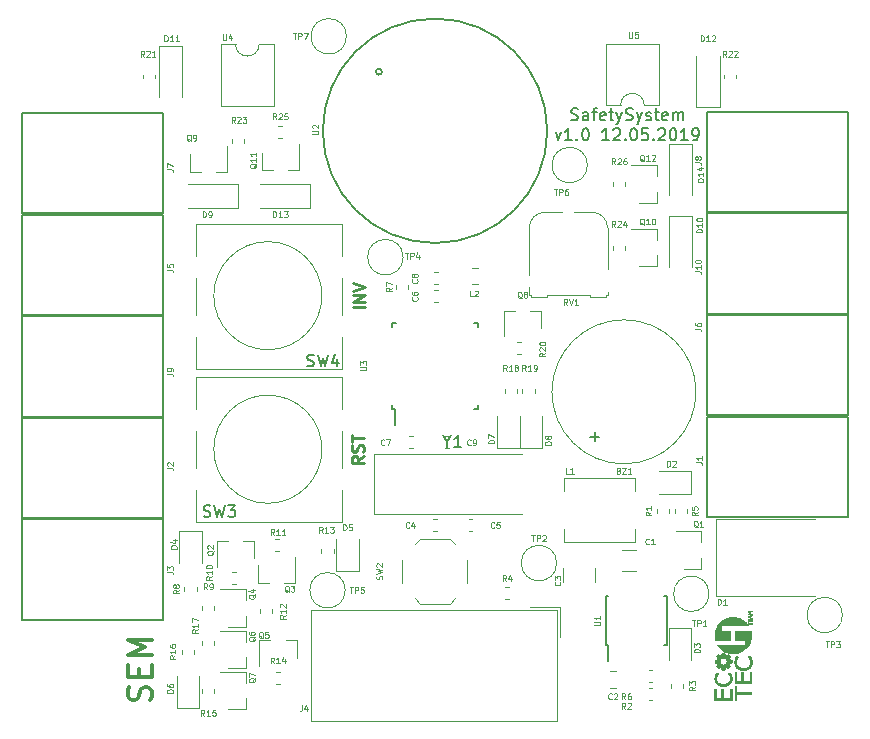
<source format=gto>
G04 #@! TF.GenerationSoftware,KiCad,Pcbnew,(5.0.2)-1*
G04 #@! TF.CreationDate,2019-05-12T18:02:06+02:00*
G04 #@! TF.ProjectId,SafetySystem,53616665-7479-4537-9973-74656d2e6b69,rev?*
G04 #@! TF.SameCoordinates,Original*
G04 #@! TF.FileFunction,Legend,Top*
G04 #@! TF.FilePolarity,Positive*
%FSLAX46Y46*%
G04 Gerber Fmt 4.6, Leading zero omitted, Abs format (unit mm)*
G04 Created by KiCad (PCBNEW (5.0.2)-1) date 12.05.2019 18:02:06*
%MOMM*%
%LPD*%
G01*
G04 APERTURE LIST*
%ADD10C,0.200000*%
%ADD11C,0.250000*%
%ADD12C,0.300000*%
%ADD13C,0.010000*%
%ADD14C,0.150000*%
%ADD15C,0.120000*%
%ADD16C,0.100000*%
G04 APERTURE END LIST*
D10*
X206538095Y-59054761D02*
X206680952Y-59102380D01*
X206919047Y-59102380D01*
X207014285Y-59054761D01*
X207061904Y-59007142D01*
X207109523Y-58911904D01*
X207109523Y-58816666D01*
X207061904Y-58721428D01*
X207014285Y-58673809D01*
X206919047Y-58626190D01*
X206728571Y-58578571D01*
X206633333Y-58530952D01*
X206585714Y-58483333D01*
X206538095Y-58388095D01*
X206538095Y-58292857D01*
X206585714Y-58197619D01*
X206633333Y-58150000D01*
X206728571Y-58102380D01*
X206966666Y-58102380D01*
X207109523Y-58150000D01*
X207966666Y-59102380D02*
X207966666Y-58578571D01*
X207919047Y-58483333D01*
X207823809Y-58435714D01*
X207633333Y-58435714D01*
X207538095Y-58483333D01*
X207966666Y-59054761D02*
X207871428Y-59102380D01*
X207633333Y-59102380D01*
X207538095Y-59054761D01*
X207490476Y-58959523D01*
X207490476Y-58864285D01*
X207538095Y-58769047D01*
X207633333Y-58721428D01*
X207871428Y-58721428D01*
X207966666Y-58673809D01*
X208300000Y-58435714D02*
X208680952Y-58435714D01*
X208442857Y-59102380D02*
X208442857Y-58245238D01*
X208490476Y-58150000D01*
X208585714Y-58102380D01*
X208680952Y-58102380D01*
X209395238Y-59054761D02*
X209300000Y-59102380D01*
X209109523Y-59102380D01*
X209014285Y-59054761D01*
X208966666Y-58959523D01*
X208966666Y-58578571D01*
X209014285Y-58483333D01*
X209109523Y-58435714D01*
X209300000Y-58435714D01*
X209395238Y-58483333D01*
X209442857Y-58578571D01*
X209442857Y-58673809D01*
X208966666Y-58769047D01*
X209728571Y-58435714D02*
X210109523Y-58435714D01*
X209871428Y-58102380D02*
X209871428Y-58959523D01*
X209919047Y-59054761D01*
X210014285Y-59102380D01*
X210109523Y-59102380D01*
X210347619Y-58435714D02*
X210585714Y-59102380D01*
X210823809Y-58435714D02*
X210585714Y-59102380D01*
X210490476Y-59340476D01*
X210442857Y-59388095D01*
X210347619Y-59435714D01*
X211157142Y-59054761D02*
X211300000Y-59102380D01*
X211538095Y-59102380D01*
X211633333Y-59054761D01*
X211680952Y-59007142D01*
X211728571Y-58911904D01*
X211728571Y-58816666D01*
X211680952Y-58721428D01*
X211633333Y-58673809D01*
X211538095Y-58626190D01*
X211347619Y-58578571D01*
X211252380Y-58530952D01*
X211204761Y-58483333D01*
X211157142Y-58388095D01*
X211157142Y-58292857D01*
X211204761Y-58197619D01*
X211252380Y-58150000D01*
X211347619Y-58102380D01*
X211585714Y-58102380D01*
X211728571Y-58150000D01*
X212061904Y-58435714D02*
X212300000Y-59102380D01*
X212538095Y-58435714D02*
X212300000Y-59102380D01*
X212204761Y-59340476D01*
X212157142Y-59388095D01*
X212061904Y-59435714D01*
X212871428Y-59054761D02*
X212966666Y-59102380D01*
X213157142Y-59102380D01*
X213252380Y-59054761D01*
X213300000Y-58959523D01*
X213300000Y-58911904D01*
X213252380Y-58816666D01*
X213157142Y-58769047D01*
X213014285Y-58769047D01*
X212919047Y-58721428D01*
X212871428Y-58626190D01*
X212871428Y-58578571D01*
X212919047Y-58483333D01*
X213014285Y-58435714D01*
X213157142Y-58435714D01*
X213252380Y-58483333D01*
X213585714Y-58435714D02*
X213966666Y-58435714D01*
X213728571Y-58102380D02*
X213728571Y-58959523D01*
X213776190Y-59054761D01*
X213871428Y-59102380D01*
X213966666Y-59102380D01*
X214680952Y-59054761D02*
X214585714Y-59102380D01*
X214395238Y-59102380D01*
X214300000Y-59054761D01*
X214252380Y-58959523D01*
X214252380Y-58578571D01*
X214300000Y-58483333D01*
X214395238Y-58435714D01*
X214585714Y-58435714D01*
X214680952Y-58483333D01*
X214728571Y-58578571D01*
X214728571Y-58673809D01*
X214252380Y-58769047D01*
X215157142Y-59102380D02*
X215157142Y-58435714D01*
X215157142Y-58530952D02*
X215204761Y-58483333D01*
X215300000Y-58435714D01*
X215442857Y-58435714D01*
X215538095Y-58483333D01*
X215585714Y-58578571D01*
X215585714Y-59102380D01*
X215585714Y-58578571D02*
X215633333Y-58483333D01*
X215728571Y-58435714D01*
X215871428Y-58435714D01*
X215966666Y-58483333D01*
X216014285Y-58578571D01*
X216014285Y-59102380D01*
X205204761Y-60135714D02*
X205442857Y-60802380D01*
X205680952Y-60135714D01*
X206585714Y-60802380D02*
X206014285Y-60802380D01*
X206300000Y-60802380D02*
X206300000Y-59802380D01*
X206204761Y-59945238D01*
X206109523Y-60040476D01*
X206014285Y-60088095D01*
X207014285Y-60707142D02*
X207061904Y-60754761D01*
X207014285Y-60802380D01*
X206966666Y-60754761D01*
X207014285Y-60707142D01*
X207014285Y-60802380D01*
X207680952Y-59802380D02*
X207776190Y-59802380D01*
X207871428Y-59850000D01*
X207919047Y-59897619D01*
X207966666Y-59992857D01*
X208014285Y-60183333D01*
X208014285Y-60421428D01*
X207966666Y-60611904D01*
X207919047Y-60707142D01*
X207871428Y-60754761D01*
X207776190Y-60802380D01*
X207680952Y-60802380D01*
X207585714Y-60754761D01*
X207538095Y-60707142D01*
X207490476Y-60611904D01*
X207442857Y-60421428D01*
X207442857Y-60183333D01*
X207490476Y-59992857D01*
X207538095Y-59897619D01*
X207585714Y-59850000D01*
X207680952Y-59802380D01*
X209728571Y-60802380D02*
X209157142Y-60802380D01*
X209442857Y-60802380D02*
X209442857Y-59802380D01*
X209347619Y-59945238D01*
X209252380Y-60040476D01*
X209157142Y-60088095D01*
X210109523Y-59897619D02*
X210157142Y-59850000D01*
X210252380Y-59802380D01*
X210490476Y-59802380D01*
X210585714Y-59850000D01*
X210633333Y-59897619D01*
X210680952Y-59992857D01*
X210680952Y-60088095D01*
X210633333Y-60230952D01*
X210061904Y-60802380D01*
X210680952Y-60802380D01*
X211109523Y-60707142D02*
X211157142Y-60754761D01*
X211109523Y-60802380D01*
X211061904Y-60754761D01*
X211109523Y-60707142D01*
X211109523Y-60802380D01*
X211776190Y-59802380D02*
X211871428Y-59802380D01*
X211966666Y-59850000D01*
X212014285Y-59897619D01*
X212061904Y-59992857D01*
X212109523Y-60183333D01*
X212109523Y-60421428D01*
X212061904Y-60611904D01*
X212014285Y-60707142D01*
X211966666Y-60754761D01*
X211871428Y-60802380D01*
X211776190Y-60802380D01*
X211680952Y-60754761D01*
X211633333Y-60707142D01*
X211585714Y-60611904D01*
X211538095Y-60421428D01*
X211538095Y-60183333D01*
X211585714Y-59992857D01*
X211633333Y-59897619D01*
X211680952Y-59850000D01*
X211776190Y-59802380D01*
X213014285Y-59802380D02*
X212538095Y-59802380D01*
X212490476Y-60278571D01*
X212538095Y-60230952D01*
X212633333Y-60183333D01*
X212871428Y-60183333D01*
X212966666Y-60230952D01*
X213014285Y-60278571D01*
X213061904Y-60373809D01*
X213061904Y-60611904D01*
X213014285Y-60707142D01*
X212966666Y-60754761D01*
X212871428Y-60802380D01*
X212633333Y-60802380D01*
X212538095Y-60754761D01*
X212490476Y-60707142D01*
X213490476Y-60707142D02*
X213538095Y-60754761D01*
X213490476Y-60802380D01*
X213442857Y-60754761D01*
X213490476Y-60707142D01*
X213490476Y-60802380D01*
X213919047Y-59897619D02*
X213966666Y-59850000D01*
X214061904Y-59802380D01*
X214300000Y-59802380D01*
X214395238Y-59850000D01*
X214442857Y-59897619D01*
X214490476Y-59992857D01*
X214490476Y-60088095D01*
X214442857Y-60230952D01*
X213871428Y-60802380D01*
X214490476Y-60802380D01*
X215109523Y-59802380D02*
X215204761Y-59802380D01*
X215300000Y-59850000D01*
X215347619Y-59897619D01*
X215395238Y-59992857D01*
X215442857Y-60183333D01*
X215442857Y-60421428D01*
X215395238Y-60611904D01*
X215347619Y-60707142D01*
X215300000Y-60754761D01*
X215204761Y-60802380D01*
X215109523Y-60802380D01*
X215014285Y-60754761D01*
X214966666Y-60707142D01*
X214919047Y-60611904D01*
X214871428Y-60421428D01*
X214871428Y-60183333D01*
X214919047Y-59992857D01*
X214966666Y-59897619D01*
X215014285Y-59850000D01*
X215109523Y-59802380D01*
X216395238Y-60802380D02*
X215823809Y-60802380D01*
X216109523Y-60802380D02*
X216109523Y-59802380D01*
X216014285Y-59945238D01*
X215919047Y-60040476D01*
X215823809Y-60088095D01*
X216871428Y-60802380D02*
X217061904Y-60802380D01*
X217157142Y-60754761D01*
X217204761Y-60707142D01*
X217300000Y-60564285D01*
X217347619Y-60373809D01*
X217347619Y-59992857D01*
X217300000Y-59897619D01*
X217252380Y-59850000D01*
X217157142Y-59802380D01*
X216966666Y-59802380D01*
X216871428Y-59850000D01*
X216823809Y-59897619D01*
X216776190Y-59992857D01*
X216776190Y-60230952D01*
X216823809Y-60326190D01*
X216871428Y-60373809D01*
X216966666Y-60421428D01*
X217157142Y-60421428D01*
X217252380Y-60373809D01*
X217300000Y-60326190D01*
X217347619Y-60230952D01*
D11*
X189052380Y-74952380D02*
X188052380Y-74952380D01*
X189052380Y-74476190D02*
X188052380Y-74476190D01*
X189052380Y-73904761D01*
X188052380Y-73904761D01*
X188052380Y-73571428D02*
X189052380Y-73238095D01*
X188052380Y-72904761D01*
X188952380Y-87547619D02*
X188476190Y-87880952D01*
X188952380Y-88119047D02*
X187952380Y-88119047D01*
X187952380Y-87738095D01*
X188000000Y-87642857D01*
X188047619Y-87595238D01*
X188142857Y-87547619D01*
X188285714Y-87547619D01*
X188380952Y-87595238D01*
X188428571Y-87642857D01*
X188476190Y-87738095D01*
X188476190Y-88119047D01*
X188904761Y-87166666D02*
X188952380Y-87023809D01*
X188952380Y-86785714D01*
X188904761Y-86690476D01*
X188857142Y-86642857D01*
X188761904Y-86595238D01*
X188666666Y-86595238D01*
X188571428Y-86642857D01*
X188523809Y-86690476D01*
X188476190Y-86785714D01*
X188428571Y-86976190D01*
X188380952Y-87071428D01*
X188333333Y-87119047D01*
X188238095Y-87166666D01*
X188142857Y-87166666D01*
X188047619Y-87119047D01*
X188000000Y-87071428D01*
X187952380Y-86976190D01*
X187952380Y-86738095D01*
X188000000Y-86595238D01*
X187952380Y-86309523D02*
X187952380Y-85738095D01*
X188952380Y-86023809D02*
X187952380Y-86023809D01*
D12*
X170909523Y-108219047D02*
X171004761Y-107933333D01*
X171004761Y-107457142D01*
X170909523Y-107266666D01*
X170814285Y-107171428D01*
X170623809Y-107076190D01*
X170433333Y-107076190D01*
X170242857Y-107171428D01*
X170147619Y-107266666D01*
X170052380Y-107457142D01*
X169957142Y-107838095D01*
X169861904Y-108028571D01*
X169766666Y-108123809D01*
X169576190Y-108219047D01*
X169385714Y-108219047D01*
X169195238Y-108123809D01*
X169100000Y-108028571D01*
X169004761Y-107838095D01*
X169004761Y-107361904D01*
X169100000Y-107076190D01*
X169957142Y-106219047D02*
X169957142Y-105552380D01*
X171004761Y-105266666D02*
X171004761Y-106219047D01*
X169004761Y-106219047D01*
X169004761Y-105266666D01*
X171004761Y-104409523D02*
X169004761Y-104409523D01*
X170433333Y-103742857D01*
X169004761Y-103076190D01*
X171004761Y-103076190D01*
D13*
G04 #@! TO.C,G1*
G36*
X220352401Y-104915340D02*
X220359881Y-104837679D01*
X220372896Y-104769625D01*
X220373579Y-104767004D01*
X220382598Y-104736501D01*
X220395444Y-104697763D01*
X220410644Y-104654745D01*
X220426725Y-104611404D01*
X220442215Y-104571695D01*
X220455639Y-104539572D01*
X220465526Y-104518993D01*
X220466633Y-104517114D01*
X220474649Y-104512309D01*
X220492930Y-104509385D01*
X220523579Y-104508183D01*
X220568699Y-104508541D01*
X220576502Y-104508711D01*
X220679703Y-104511100D01*
X220636108Y-104570367D01*
X220588262Y-104644478D01*
X220547584Y-104725449D01*
X220517267Y-104806642D01*
X220510152Y-104832071D01*
X220499105Y-104892176D01*
X220493719Y-104959232D01*
X220494075Y-105026870D01*
X220500253Y-105088722D01*
X220506546Y-105119478D01*
X220535359Y-105198935D01*
X220578031Y-105269626D01*
X220633617Y-105331010D01*
X220701176Y-105382547D01*
X220779765Y-105423698D01*
X220868440Y-105453922D01*
X220966261Y-105472680D01*
X221072283Y-105479432D01*
X221132367Y-105477909D01*
X221241294Y-105465642D01*
X221339192Y-105441643D01*
X221425633Y-105406223D01*
X221500187Y-105359691D01*
X221562427Y-105302357D01*
X221611923Y-105234533D01*
X221648247Y-105156528D01*
X221666687Y-105091067D01*
X221674555Y-105031995D01*
X221676032Y-104964139D01*
X221671346Y-104894301D01*
X221660722Y-104829285D01*
X221657507Y-104815900D01*
X221638296Y-104758703D01*
X221609532Y-104695579D01*
X221574081Y-104632117D01*
X221534807Y-104573903D01*
X221530523Y-104568250D01*
X221483424Y-104506867D01*
X221692893Y-104506867D01*
X221719031Y-104564017D01*
X221746949Y-104627488D01*
X221768257Y-104682156D01*
X221785029Y-104733755D01*
X221797773Y-104781537D01*
X221806580Y-104828425D01*
X221813257Y-104885425D01*
X221817529Y-104947073D01*
X221819121Y-105007906D01*
X221817758Y-105062461D01*
X221813869Y-105101109D01*
X221794741Y-105193725D01*
X221768047Y-105273898D01*
X221732106Y-105345064D01*
X221685239Y-105410656D01*
X221636560Y-105463600D01*
X221574887Y-105519303D01*
X221518512Y-105559053D01*
X221504755Y-105566754D01*
X221418268Y-105604154D01*
X221321183Y-105631749D01*
X221216837Y-105649349D01*
X221108571Y-105656767D01*
X220999722Y-105653811D01*
X220893630Y-105640295D01*
X220793633Y-105616028D01*
X220770202Y-105608338D01*
X220674846Y-105566774D01*
X220590252Y-105512401D01*
X220517142Y-105446043D01*
X220456236Y-105368525D01*
X220408254Y-105280670D01*
X220373915Y-105183303D01*
X220364631Y-105144160D01*
X220354629Y-105074762D01*
X220350601Y-104996428D01*
X220352401Y-104915340D01*
X220352401Y-104915340D01*
G37*
X220352401Y-104915340D02*
X220359881Y-104837679D01*
X220372896Y-104769625D01*
X220373579Y-104767004D01*
X220382598Y-104736501D01*
X220395444Y-104697763D01*
X220410644Y-104654745D01*
X220426725Y-104611404D01*
X220442215Y-104571695D01*
X220455639Y-104539572D01*
X220465526Y-104518993D01*
X220466633Y-104517114D01*
X220474649Y-104512309D01*
X220492930Y-104509385D01*
X220523579Y-104508183D01*
X220568699Y-104508541D01*
X220576502Y-104508711D01*
X220679703Y-104511100D01*
X220636108Y-104570367D01*
X220588262Y-104644478D01*
X220547584Y-104725449D01*
X220517267Y-104806642D01*
X220510152Y-104832071D01*
X220499105Y-104892176D01*
X220493719Y-104959232D01*
X220494075Y-105026870D01*
X220500253Y-105088722D01*
X220506546Y-105119478D01*
X220535359Y-105198935D01*
X220578031Y-105269626D01*
X220633617Y-105331010D01*
X220701176Y-105382547D01*
X220779765Y-105423698D01*
X220868440Y-105453922D01*
X220966261Y-105472680D01*
X221072283Y-105479432D01*
X221132367Y-105477909D01*
X221241294Y-105465642D01*
X221339192Y-105441643D01*
X221425633Y-105406223D01*
X221500187Y-105359691D01*
X221562427Y-105302357D01*
X221611923Y-105234533D01*
X221648247Y-105156528D01*
X221666687Y-105091067D01*
X221674555Y-105031995D01*
X221676032Y-104964139D01*
X221671346Y-104894301D01*
X221660722Y-104829285D01*
X221657507Y-104815900D01*
X221638296Y-104758703D01*
X221609532Y-104695579D01*
X221574081Y-104632117D01*
X221534807Y-104573903D01*
X221530523Y-104568250D01*
X221483424Y-104506867D01*
X221692893Y-104506867D01*
X221719031Y-104564017D01*
X221746949Y-104627488D01*
X221768257Y-104682156D01*
X221785029Y-104733755D01*
X221797773Y-104781537D01*
X221806580Y-104828425D01*
X221813257Y-104885425D01*
X221817529Y-104947073D01*
X221819121Y-105007906D01*
X221817758Y-105062461D01*
X221813869Y-105101109D01*
X221794741Y-105193725D01*
X221768047Y-105273898D01*
X221732106Y-105345064D01*
X221685239Y-105410656D01*
X221636560Y-105463600D01*
X221574887Y-105519303D01*
X221518512Y-105559053D01*
X221504755Y-105566754D01*
X221418268Y-105604154D01*
X221321183Y-105631749D01*
X221216837Y-105649349D01*
X221108571Y-105656767D01*
X220999722Y-105653811D01*
X220893630Y-105640295D01*
X220793633Y-105616028D01*
X220770202Y-105608338D01*
X220674846Y-105566774D01*
X220590252Y-105512401D01*
X220517142Y-105446043D01*
X220456236Y-105368525D01*
X220408254Y-105280670D01*
X220373915Y-105183303D01*
X220364631Y-105144160D01*
X220354629Y-105074762D01*
X220350601Y-104996428D01*
X220352401Y-104915340D01*
G36*
X218669071Y-102637300D02*
X218682869Y-102489674D01*
X218709795Y-102344788D01*
X218749695Y-102205801D01*
X218750108Y-102204599D01*
X218772869Y-102145589D01*
X218802846Y-102078243D01*
X218837596Y-102007327D01*
X218874673Y-101937603D01*
X218911632Y-101873834D01*
X218946028Y-101820785D01*
X218950025Y-101815145D01*
X219029880Y-101714113D01*
X219121356Y-101616288D01*
X219220504Y-101525392D01*
X219323380Y-101445149D01*
X219388233Y-101401800D01*
X219528563Y-101324003D01*
X219673934Y-101261889D01*
X219823185Y-101215384D01*
X219975154Y-101184416D01*
X220128680Y-101168910D01*
X220282602Y-101168793D01*
X220435758Y-101183993D01*
X220586987Y-101214434D01*
X220735127Y-101260045D01*
X220879018Y-101320751D01*
X221017497Y-101396478D01*
X221149404Y-101487155D01*
X221185297Y-101515453D01*
X221241540Y-101564033D01*
X221298763Y-101618637D01*
X221352969Y-101675145D01*
X221400164Y-101729437D01*
X221428862Y-101766649D01*
X221446634Y-101790287D01*
X221460994Y-101807302D01*
X221468869Y-101814056D01*
X221468917Y-101814061D01*
X221471211Y-101806255D01*
X221473136Y-101784551D01*
X221474527Y-101751981D01*
X221475219Y-101711579D01*
X221475267Y-101697345D01*
X221475525Y-101649862D01*
X221476477Y-101616868D01*
X221478388Y-101595926D01*
X221481520Y-101584594D01*
X221486140Y-101580436D01*
X221487967Y-101580222D01*
X221494949Y-101583776D01*
X221498903Y-101596523D01*
X221500518Y-101621598D01*
X221500667Y-101637883D01*
X221500667Y-101695543D01*
X221650841Y-101697855D01*
X221705604Y-101698888D01*
X221745663Y-101700203D01*
X221773245Y-101702024D01*
X221790580Y-101704577D01*
X221799896Y-101708087D01*
X221803422Y-101712779D01*
X221803534Y-101713280D01*
X221802484Y-101728332D01*
X221800115Y-101732330D01*
X221790093Y-101734269D01*
X221766009Y-101735942D01*
X221730736Y-101737239D01*
X221687143Y-101738047D01*
X221647422Y-101738267D01*
X221500667Y-101738267D01*
X221500667Y-101876533D01*
X220349200Y-101870991D01*
X219197733Y-101865448D01*
X219197733Y-102314000D01*
X219538516Y-102315975D01*
X219615412Y-102316416D01*
X219689140Y-102316830D01*
X219757493Y-102317205D01*
X219818261Y-102317529D01*
X219869237Y-102317792D01*
X219908211Y-102317980D01*
X219932975Y-102318082D01*
X219936464Y-102318092D01*
X219993629Y-102318234D01*
X219993614Y-102709817D01*
X219993600Y-103101400D01*
X218717143Y-103101400D01*
X218707991Y-103065051D01*
X218681477Y-102928146D01*
X218668556Y-102784510D01*
X218669071Y-102637300D01*
X218669071Y-102637300D01*
G37*
X218669071Y-102637300D02*
X218682869Y-102489674D01*
X218709795Y-102344788D01*
X218749695Y-102205801D01*
X218750108Y-102204599D01*
X218772869Y-102145589D01*
X218802846Y-102078243D01*
X218837596Y-102007327D01*
X218874673Y-101937603D01*
X218911632Y-101873834D01*
X218946028Y-101820785D01*
X218950025Y-101815145D01*
X219029880Y-101714113D01*
X219121356Y-101616288D01*
X219220504Y-101525392D01*
X219323380Y-101445149D01*
X219388233Y-101401800D01*
X219528563Y-101324003D01*
X219673934Y-101261889D01*
X219823185Y-101215384D01*
X219975154Y-101184416D01*
X220128680Y-101168910D01*
X220282602Y-101168793D01*
X220435758Y-101183993D01*
X220586987Y-101214434D01*
X220735127Y-101260045D01*
X220879018Y-101320751D01*
X221017497Y-101396478D01*
X221149404Y-101487155D01*
X221185297Y-101515453D01*
X221241540Y-101564033D01*
X221298763Y-101618637D01*
X221352969Y-101675145D01*
X221400164Y-101729437D01*
X221428862Y-101766649D01*
X221446634Y-101790287D01*
X221460994Y-101807302D01*
X221468869Y-101814056D01*
X221468917Y-101814061D01*
X221471211Y-101806255D01*
X221473136Y-101784551D01*
X221474527Y-101751981D01*
X221475219Y-101711579D01*
X221475267Y-101697345D01*
X221475525Y-101649862D01*
X221476477Y-101616868D01*
X221478388Y-101595926D01*
X221481520Y-101584594D01*
X221486140Y-101580436D01*
X221487967Y-101580222D01*
X221494949Y-101583776D01*
X221498903Y-101596523D01*
X221500518Y-101621598D01*
X221500667Y-101637883D01*
X221500667Y-101695543D01*
X221650841Y-101697855D01*
X221705604Y-101698888D01*
X221745663Y-101700203D01*
X221773245Y-101702024D01*
X221790580Y-101704577D01*
X221799896Y-101708087D01*
X221803422Y-101712779D01*
X221803534Y-101713280D01*
X221802484Y-101728332D01*
X221800115Y-101732330D01*
X221790093Y-101734269D01*
X221766009Y-101735942D01*
X221730736Y-101737239D01*
X221687143Y-101738047D01*
X221647422Y-101738267D01*
X221500667Y-101738267D01*
X221500667Y-101876533D01*
X220349200Y-101870991D01*
X219197733Y-101865448D01*
X219197733Y-102314000D01*
X219538516Y-102315975D01*
X219615412Y-102316416D01*
X219689140Y-102316830D01*
X219757493Y-102317205D01*
X219818261Y-102317529D01*
X219869237Y-102317792D01*
X219908211Y-102317980D01*
X219932975Y-102318082D01*
X219936464Y-102318092D01*
X219993629Y-102318234D01*
X219993614Y-102709817D01*
X219993600Y-103101400D01*
X218717143Y-103101400D01*
X218707991Y-103065051D01*
X218681477Y-102928146D01*
X218668556Y-102784510D01*
X218669071Y-102637300D01*
G36*
X221475566Y-101375935D02*
X221476669Y-101345483D01*
X221478881Y-101326863D01*
X221482508Y-101317529D01*
X221487854Y-101314934D01*
X221487967Y-101314934D01*
X221493766Y-101317659D01*
X221497539Y-101327658D01*
X221499675Y-101347663D01*
X221500566Y-101380409D01*
X221500667Y-101403834D01*
X221500667Y-101492734D01*
X221610733Y-101492734D01*
X221610733Y-101408067D01*
X221611153Y-101368585D01*
X221612690Y-101343237D01*
X221615764Y-101329237D01*
X221620790Y-101323801D01*
X221623433Y-101323400D01*
X221629355Y-101326198D01*
X221633158Y-101336448D01*
X221635258Y-101356936D01*
X221636073Y-101390447D01*
X221636133Y-101408067D01*
X221636133Y-101492734D01*
X221771600Y-101492734D01*
X221771600Y-101403213D01*
X221771852Y-101363331D01*
X221772931Y-101337547D01*
X221775321Y-101323027D01*
X221779507Y-101316939D01*
X221785972Y-101316451D01*
X221786417Y-101316532D01*
X221792734Y-101319579D01*
X221797132Y-101327728D01*
X221800062Y-101343765D01*
X221801972Y-101370474D01*
X221803314Y-101410643D01*
X221803610Y-101422987D01*
X221805988Y-101526600D01*
X221475267Y-101526600D01*
X221475267Y-101420767D01*
X221475566Y-101375935D01*
X221475566Y-101375935D01*
G37*
X221475566Y-101375935D02*
X221476669Y-101345483D01*
X221478881Y-101326863D01*
X221482508Y-101317529D01*
X221487854Y-101314934D01*
X221487967Y-101314934D01*
X221493766Y-101317659D01*
X221497539Y-101327658D01*
X221499675Y-101347663D01*
X221500566Y-101380409D01*
X221500667Y-101403834D01*
X221500667Y-101492734D01*
X221610733Y-101492734D01*
X221610733Y-101408067D01*
X221611153Y-101368585D01*
X221612690Y-101343237D01*
X221615764Y-101329237D01*
X221620790Y-101323801D01*
X221623433Y-101323400D01*
X221629355Y-101326198D01*
X221633158Y-101336448D01*
X221635258Y-101356936D01*
X221636073Y-101390447D01*
X221636133Y-101408067D01*
X221636133Y-101492734D01*
X221771600Y-101492734D01*
X221771600Y-101403213D01*
X221771852Y-101363331D01*
X221772931Y-101337547D01*
X221775321Y-101323027D01*
X221779507Y-101316939D01*
X221785972Y-101316451D01*
X221786417Y-101316532D01*
X221792734Y-101319579D01*
X221797132Y-101327728D01*
X221800062Y-101343765D01*
X221801972Y-101370474D01*
X221803314Y-101410643D01*
X221803610Y-101422987D01*
X221805988Y-101526600D01*
X221475267Y-101526600D01*
X221475267Y-101420767D01*
X221475566Y-101375935D01*
G36*
X221633115Y-101056553D02*
X221681888Y-101038363D01*
X221725277Y-101022157D01*
X221760770Y-101008875D01*
X221785851Y-100999458D01*
X221798005Y-100994849D01*
X221798605Y-100994611D01*
X221803832Y-100999472D01*
X221805467Y-101011597D01*
X221802760Y-101023863D01*
X221792273Y-101033696D01*
X221770449Y-101043821D01*
X221756783Y-101048911D01*
X221708100Y-101066417D01*
X221708100Y-101215720D01*
X221756783Y-101233102D01*
X221786836Y-101245663D01*
X221802249Y-101257102D01*
X221805467Y-101265775D01*
X221800660Y-101278357D01*
X221794883Y-101280596D01*
X221783956Y-101277594D01*
X221759841Y-101269518D01*
X221725182Y-101257300D01*
X221682623Y-101241875D01*
X221671123Y-101237618D01*
X221671123Y-101202144D01*
X221675566Y-101196846D01*
X221677748Y-101181794D01*
X221678436Y-101153911D01*
X221678467Y-101141367D01*
X221678102Y-101108570D01*
X221676496Y-101089620D01*
X221672881Y-101081437D01*
X221666489Y-101080939D01*
X221663650Y-101081932D01*
X221649217Y-101087409D01*
X221623531Y-101096937D01*
X221591258Y-101108789D01*
X221578535Y-101113434D01*
X221547678Y-101125078D01*
X221524382Y-101134629D01*
X221512059Y-101140650D01*
X221511020Y-101141843D01*
X221519691Y-101145862D01*
X221540406Y-101154174D01*
X221569310Y-101165247D01*
X221581319Y-101169742D01*
X221614207Y-101182022D01*
X221642258Y-101192578D01*
X221660682Y-101199605D01*
X221663650Y-101200768D01*
X221671123Y-101202144D01*
X221671123Y-101237618D01*
X221634808Y-101224174D01*
X221631900Y-101223086D01*
X221579187Y-101203262D01*
X221540231Y-101188178D01*
X221512907Y-101176703D01*
X221495087Y-101167709D01*
X221484644Y-101160068D01*
X221479453Y-101152650D01*
X221477386Y-101144327D01*
X221476994Y-101140859D01*
X221474487Y-101115673D01*
X221633115Y-101056553D01*
X221633115Y-101056553D01*
G37*
X221633115Y-101056553D02*
X221681888Y-101038363D01*
X221725277Y-101022157D01*
X221760770Y-101008875D01*
X221785851Y-100999458D01*
X221798005Y-100994849D01*
X221798605Y-100994611D01*
X221803832Y-100999472D01*
X221805467Y-101011597D01*
X221802760Y-101023863D01*
X221792273Y-101033696D01*
X221770449Y-101043821D01*
X221756783Y-101048911D01*
X221708100Y-101066417D01*
X221708100Y-101215720D01*
X221756783Y-101233102D01*
X221786836Y-101245663D01*
X221802249Y-101257102D01*
X221805467Y-101265775D01*
X221800660Y-101278357D01*
X221794883Y-101280596D01*
X221783956Y-101277594D01*
X221759841Y-101269518D01*
X221725182Y-101257300D01*
X221682623Y-101241875D01*
X221671123Y-101237618D01*
X221671123Y-101202144D01*
X221675566Y-101196846D01*
X221677748Y-101181794D01*
X221678436Y-101153911D01*
X221678467Y-101141367D01*
X221678102Y-101108570D01*
X221676496Y-101089620D01*
X221672881Y-101081437D01*
X221666489Y-101080939D01*
X221663650Y-101081932D01*
X221649217Y-101087409D01*
X221623531Y-101096937D01*
X221591258Y-101108789D01*
X221578535Y-101113434D01*
X221547678Y-101125078D01*
X221524382Y-101134629D01*
X221512059Y-101140650D01*
X221511020Y-101141843D01*
X221519691Y-101145862D01*
X221540406Y-101154174D01*
X221569310Y-101165247D01*
X221581319Y-101169742D01*
X221614207Y-101182022D01*
X221642258Y-101192578D01*
X221660682Y-101199605D01*
X221663650Y-101200768D01*
X221671123Y-101202144D01*
X221671123Y-101237618D01*
X221634808Y-101224174D01*
X221631900Y-101223086D01*
X221579187Y-101203262D01*
X221540231Y-101188178D01*
X221512907Y-101176703D01*
X221495087Y-101167709D01*
X221484644Y-101160068D01*
X221479453Y-101152650D01*
X221477386Y-101144327D01*
X221476994Y-101140859D01*
X221474487Y-101115673D01*
X221633115Y-101056553D01*
G36*
X221476465Y-100908280D02*
X221481729Y-100898994D01*
X221493564Y-100889084D01*
X221514474Y-100876678D01*
X221546963Y-100859907D01*
X221568400Y-100849267D01*
X221604067Y-100831297D01*
X221633422Y-100815799D01*
X221653542Y-100804369D01*
X221661506Y-100798598D01*
X221661533Y-100798467D01*
X221654393Y-100793087D01*
X221634920Y-100781951D01*
X221606037Y-100766653D01*
X221570666Y-100748786D01*
X221568400Y-100747667D01*
X221529162Y-100728003D01*
X221502759Y-100713642D01*
X221486686Y-100702714D01*
X221478440Y-100693349D01*
X221475516Y-100683677D01*
X221475267Y-100678124D01*
X221475267Y-100654533D01*
X221640367Y-100654533D01*
X221697076Y-100654606D01*
X221739061Y-100654974D01*
X221768530Y-100655860D01*
X221787690Y-100657488D01*
X221798751Y-100660083D01*
X221803921Y-100663868D01*
X221805408Y-100669067D01*
X221805467Y-100671267D01*
X221804625Y-100677349D01*
X221800534Y-100681808D01*
X221790848Y-100684949D01*
X221773219Y-100687080D01*
X221745299Y-100688509D01*
X221704741Y-100689541D01*
X221659821Y-100690317D01*
X221514176Y-100692633D01*
X221613255Y-100740996D01*
X221650214Y-100759670D01*
X221680911Y-100776384D01*
X221702490Y-100789495D01*
X221712096Y-100797357D01*
X221712333Y-100798077D01*
X221705192Y-100804932D01*
X221685648Y-100817531D01*
X221656519Y-100834198D01*
X221620624Y-100853258D01*
X221612850Y-100857226D01*
X221513367Y-100907655D01*
X221659417Y-100908094D01*
X221712300Y-100908341D01*
X221750598Y-100908901D01*
X221776657Y-100910052D01*
X221792826Y-100912075D01*
X221801452Y-100915249D01*
X221804882Y-100919852D01*
X221805467Y-100925467D01*
X221804788Y-100931282D01*
X221801278Y-100935587D01*
X221792727Y-100938609D01*
X221776927Y-100940574D01*
X221751667Y-100941709D01*
X221714738Y-100942239D01*
X221663930Y-100942393D01*
X221640367Y-100942400D01*
X221475267Y-100942400D01*
X221475267Y-100918810D01*
X221476465Y-100908280D01*
X221476465Y-100908280D01*
G37*
X221476465Y-100908280D02*
X221481729Y-100898994D01*
X221493564Y-100889084D01*
X221514474Y-100876678D01*
X221546963Y-100859907D01*
X221568400Y-100849267D01*
X221604067Y-100831297D01*
X221633422Y-100815799D01*
X221653542Y-100804369D01*
X221661506Y-100798598D01*
X221661533Y-100798467D01*
X221654393Y-100793087D01*
X221634920Y-100781951D01*
X221606037Y-100766653D01*
X221570666Y-100748786D01*
X221568400Y-100747667D01*
X221529162Y-100728003D01*
X221502759Y-100713642D01*
X221486686Y-100702714D01*
X221478440Y-100693349D01*
X221475516Y-100683677D01*
X221475267Y-100678124D01*
X221475267Y-100654533D01*
X221640367Y-100654533D01*
X221697076Y-100654606D01*
X221739061Y-100654974D01*
X221768530Y-100655860D01*
X221787690Y-100657488D01*
X221798751Y-100660083D01*
X221803921Y-100663868D01*
X221805408Y-100669067D01*
X221805467Y-100671267D01*
X221804625Y-100677349D01*
X221800534Y-100681808D01*
X221790848Y-100684949D01*
X221773219Y-100687080D01*
X221745299Y-100688509D01*
X221704741Y-100689541D01*
X221659821Y-100690317D01*
X221514176Y-100692633D01*
X221613255Y-100740996D01*
X221650214Y-100759670D01*
X221680911Y-100776384D01*
X221702490Y-100789495D01*
X221712096Y-100797357D01*
X221712333Y-100798077D01*
X221705192Y-100804932D01*
X221685648Y-100817531D01*
X221656519Y-100834198D01*
X221620624Y-100853258D01*
X221612850Y-100857226D01*
X221513367Y-100907655D01*
X221659417Y-100908094D01*
X221712300Y-100908341D01*
X221750598Y-100908901D01*
X221776657Y-100910052D01*
X221792826Y-100912075D01*
X221801452Y-100915249D01*
X221804882Y-100919852D01*
X221805467Y-100925467D01*
X221804788Y-100931282D01*
X221801278Y-100935587D01*
X221792727Y-100938609D01*
X221776927Y-100940574D01*
X221751667Y-100941709D01*
X221714738Y-100942239D01*
X221663930Y-100942393D01*
X221640367Y-100942400D01*
X221475267Y-100942400D01*
X221475267Y-100918810D01*
X221476465Y-100908280D01*
G36*
X220518533Y-106970667D02*
X220518533Y-107478667D01*
X221797000Y-107478667D01*
X221797000Y-107656467D01*
X220518533Y-107656467D01*
X220518533Y-108160234D01*
X220374600Y-108160234D01*
X220374600Y-106970667D01*
X220518533Y-106970667D01*
X220518533Y-106970667D01*
G37*
X220518533Y-106970667D02*
X220518533Y-107478667D01*
X221797000Y-107478667D01*
X221797000Y-107656467D01*
X220518533Y-107656467D01*
X220518533Y-108160234D01*
X220374600Y-108160234D01*
X220374600Y-106970667D01*
X220518533Y-106970667D01*
G36*
X220518533Y-105844600D02*
X220518533Y-106598133D01*
X220941867Y-106598133D01*
X220941867Y-105861533D01*
X221094267Y-105861533D01*
X221094267Y-106598133D01*
X221644600Y-106598133D01*
X221644600Y-105844600D01*
X221797000Y-105844600D01*
X221797000Y-106767467D01*
X220374600Y-106767467D01*
X220374600Y-105844600D01*
X220518533Y-105844600D01*
X220518533Y-105844600D01*
G37*
X220518533Y-105844600D02*
X220518533Y-106598133D01*
X220941867Y-106598133D01*
X220941867Y-105861533D01*
X221094267Y-105861533D01*
X221094267Y-106598133D01*
X221644600Y-106598133D01*
X221644600Y-105844600D01*
X221797000Y-105844600D01*
X221797000Y-106767467D01*
X220374600Y-106767467D01*
X220374600Y-105844600D01*
X220518533Y-105844600D01*
G36*
X220068478Y-103552220D02*
X221221267Y-103550073D01*
X221221267Y-103101400D01*
X220442333Y-103101400D01*
X220442333Y-102322467D01*
X221702509Y-102322467D01*
X221715322Y-102379617D01*
X221731367Y-102467297D01*
X221742849Y-102563915D01*
X221749334Y-102663118D01*
X221750387Y-102758552D01*
X221746446Y-102834700D01*
X221723687Y-102998261D01*
X221685380Y-103155237D01*
X221631689Y-103305284D01*
X221562777Y-103448062D01*
X221478807Y-103583226D01*
X221379944Y-103710436D01*
X221275023Y-103821067D01*
X221177407Y-103908243D01*
X221077909Y-103982902D01*
X220970948Y-104049050D01*
X220916467Y-104078361D01*
X220768799Y-104145323D01*
X220617680Y-104196002D01*
X220464090Y-104230459D01*
X220309012Y-104248753D01*
X220153428Y-104250945D01*
X219998318Y-104237094D01*
X219844666Y-104207261D01*
X219693451Y-104161505D01*
X219545658Y-104099887D01*
X219402266Y-104022467D01*
X219338539Y-103981888D01*
X219274479Y-103934922D01*
X219205675Y-103877289D01*
X219136137Y-103812815D01*
X219069875Y-103745329D01*
X219010899Y-103678657D01*
X218979811Y-103639488D01*
X218915690Y-103554367D01*
X220068478Y-103552220D01*
X220068478Y-103552220D01*
G37*
X220068478Y-103552220D02*
X221221267Y-103550073D01*
X221221267Y-103101400D01*
X220442333Y-103101400D01*
X220442333Y-102322467D01*
X221702509Y-102322467D01*
X221715322Y-102379617D01*
X221731367Y-102467297D01*
X221742849Y-102563915D01*
X221749334Y-102663118D01*
X221750387Y-102758552D01*
X221746446Y-102834700D01*
X221723687Y-102998261D01*
X221685380Y-103155237D01*
X221631689Y-103305284D01*
X221562777Y-103448062D01*
X221478807Y-103583226D01*
X221379944Y-103710436D01*
X221275023Y-103821067D01*
X221177407Y-103908243D01*
X221077909Y-103982902D01*
X220970948Y-104049050D01*
X220916467Y-104078361D01*
X220768799Y-104145323D01*
X220617680Y-104196002D01*
X220464090Y-104230459D01*
X220309012Y-104248753D01*
X220153428Y-104250945D01*
X219998318Y-104237094D01*
X219844666Y-104207261D01*
X219693451Y-104161505D01*
X219545658Y-104099887D01*
X219402266Y-104022467D01*
X219338539Y-103981888D01*
X219274479Y-103934922D01*
X219205675Y-103877289D01*
X219136137Y-103812815D01*
X219069875Y-103745329D01*
X219010899Y-103678657D01*
X218979811Y-103639488D01*
X218915690Y-103554367D01*
X220068478Y-103552220D01*
G36*
X218816733Y-107224667D02*
X218816733Y-107604256D01*
X218816809Y-107682753D01*
X218817026Y-107755923D01*
X218817370Y-107822053D01*
X218817823Y-107879427D01*
X218818370Y-107926333D01*
X218818995Y-107961056D01*
X218819684Y-107981883D01*
X218820248Y-107987372D01*
X218829327Y-107988245D01*
X218853025Y-107988850D01*
X218889031Y-107989177D01*
X218935034Y-107989213D01*
X218988722Y-107988947D01*
X219036404Y-107988499D01*
X219249044Y-107986098D01*
X219246672Y-107613846D01*
X219244300Y-107241593D01*
X219318295Y-107241597D01*
X219392290Y-107241600D01*
X219394495Y-107614377D01*
X219396700Y-107987153D01*
X219955500Y-107987153D01*
X219959906Y-107224667D01*
X220112133Y-107224667D01*
X220112133Y-108164467D01*
X218664333Y-108164467D01*
X218664333Y-107224667D01*
X218816733Y-107224667D01*
X218816733Y-107224667D01*
G37*
X218816733Y-107224667D02*
X218816733Y-107604256D01*
X218816809Y-107682753D01*
X218817026Y-107755923D01*
X218817370Y-107822053D01*
X218817823Y-107879427D01*
X218818370Y-107926333D01*
X218818995Y-107961056D01*
X218819684Y-107981883D01*
X218820248Y-107987372D01*
X218829327Y-107988245D01*
X218853025Y-107988850D01*
X218889031Y-107989177D01*
X218935034Y-107989213D01*
X218988722Y-107988947D01*
X219036404Y-107988499D01*
X219249044Y-107986098D01*
X219246672Y-107613846D01*
X219244300Y-107241593D01*
X219318295Y-107241597D01*
X219392290Y-107241600D01*
X219394495Y-107614377D01*
X219396700Y-107987153D01*
X219955500Y-107987153D01*
X219959906Y-107224667D01*
X220112133Y-107224667D01*
X220112133Y-108164467D01*
X218664333Y-108164467D01*
X218664333Y-107224667D01*
X218816733Y-107224667D01*
G36*
X218667647Y-106263511D02*
X218678147Y-106181660D01*
X218697152Y-106101278D01*
X218725795Y-106017155D01*
X218750649Y-105956783D01*
X218784710Y-105878467D01*
X218885388Y-105878467D01*
X218924419Y-105878821D01*
X218956400Y-105879786D01*
X218978045Y-105881215D01*
X218986066Y-105882960D01*
X218986067Y-105882972D01*
X218981513Y-105891402D01*
X218969272Y-105910390D01*
X218951469Y-105936695D01*
X218939247Y-105954294D01*
X218883411Y-106043978D01*
X218843166Y-106132309D01*
X218817637Y-106221883D01*
X218805949Y-106315295D01*
X218804955Y-106352600D01*
X218811814Y-106445603D01*
X218832779Y-106529272D01*
X218867950Y-106603790D01*
X218917424Y-106669337D01*
X218981303Y-106726098D01*
X219024167Y-106754571D01*
X219096475Y-106789679D01*
X219180154Y-106816189D01*
X219271625Y-106833467D01*
X219367313Y-106840874D01*
X219463642Y-106837774D01*
X219481543Y-106835965D01*
X219585590Y-106818505D01*
X219676650Y-106790782D01*
X219755515Y-106752375D01*
X219822976Y-106702864D01*
X219879825Y-106641830D01*
X219899854Y-106613970D01*
X219929971Y-106562841D01*
X219950812Y-106511726D01*
X219963577Y-106456093D01*
X219969465Y-106391413D01*
X219970203Y-106348367D01*
X219965038Y-106254414D01*
X219949170Y-106170301D01*
X219921217Y-106091967D01*
X219879799Y-106015349D01*
X219835356Y-105951658D01*
X219812294Y-105921230D01*
X219798771Y-105900655D01*
X219796154Y-105888011D01*
X219805808Y-105881376D01*
X219829102Y-105878828D01*
X219867402Y-105878445D01*
X219887412Y-105878467D01*
X219986235Y-105878467D01*
X220015228Y-105941219D01*
X220041068Y-106001954D01*
X220064850Y-106066799D01*
X220084774Y-106130279D01*
X220099041Y-106186916D01*
X220103128Y-106208667D01*
X220108057Y-106253686D01*
X220110599Y-106308836D01*
X220110821Y-106368537D01*
X220108791Y-106427212D01*
X220104574Y-106479284D01*
X220099467Y-106513467D01*
X220071411Y-106613578D01*
X220029747Y-106703763D01*
X219974876Y-106783609D01*
X219907198Y-106852702D01*
X219827115Y-106910629D01*
X219735027Y-106956975D01*
X219638000Y-106989579D01*
X219611176Y-106996268D01*
X219585872Y-107001215D01*
X219558829Y-107004677D01*
X219526790Y-107006906D01*
X219486494Y-107008159D01*
X219434683Y-107008689D01*
X219392466Y-107008767D01*
X219314478Y-107007945D01*
X219249836Y-107005022D01*
X219195016Y-106999311D01*
X219146489Y-106990127D01*
X219100729Y-106976784D01*
X219054209Y-106958595D01*
X219003404Y-106934874D01*
X218997454Y-106931924D01*
X218910417Y-106879811D01*
X218836177Y-106816741D01*
X218774953Y-106743092D01*
X218726958Y-106659238D01*
X218692410Y-106565557D01*
X218671523Y-106462424D01*
X218664516Y-106352038D01*
X218667647Y-106263511D01*
X218667647Y-106263511D01*
G37*
X218667647Y-106263511D02*
X218678147Y-106181660D01*
X218697152Y-106101278D01*
X218725795Y-106017155D01*
X218750649Y-105956783D01*
X218784710Y-105878467D01*
X218885388Y-105878467D01*
X218924419Y-105878821D01*
X218956400Y-105879786D01*
X218978045Y-105881215D01*
X218986066Y-105882960D01*
X218986067Y-105882972D01*
X218981513Y-105891402D01*
X218969272Y-105910390D01*
X218951469Y-105936695D01*
X218939247Y-105954294D01*
X218883411Y-106043978D01*
X218843166Y-106132309D01*
X218817637Y-106221883D01*
X218805949Y-106315295D01*
X218804955Y-106352600D01*
X218811814Y-106445603D01*
X218832779Y-106529272D01*
X218867950Y-106603790D01*
X218917424Y-106669337D01*
X218981303Y-106726098D01*
X219024167Y-106754571D01*
X219096475Y-106789679D01*
X219180154Y-106816189D01*
X219271625Y-106833467D01*
X219367313Y-106840874D01*
X219463642Y-106837774D01*
X219481543Y-106835965D01*
X219585590Y-106818505D01*
X219676650Y-106790782D01*
X219755515Y-106752375D01*
X219822976Y-106702864D01*
X219879825Y-106641830D01*
X219899854Y-106613970D01*
X219929971Y-106562841D01*
X219950812Y-106511726D01*
X219963577Y-106456093D01*
X219969465Y-106391413D01*
X219970203Y-106348367D01*
X219965038Y-106254414D01*
X219949170Y-106170301D01*
X219921217Y-106091967D01*
X219879799Y-106015349D01*
X219835356Y-105951658D01*
X219812294Y-105921230D01*
X219798771Y-105900655D01*
X219796154Y-105888011D01*
X219805808Y-105881376D01*
X219829102Y-105878828D01*
X219867402Y-105878445D01*
X219887412Y-105878467D01*
X219986235Y-105878467D01*
X220015228Y-105941219D01*
X220041068Y-106001954D01*
X220064850Y-106066799D01*
X220084774Y-106130279D01*
X220099041Y-106186916D01*
X220103128Y-106208667D01*
X220108057Y-106253686D01*
X220110599Y-106308836D01*
X220110821Y-106368537D01*
X220108791Y-106427212D01*
X220104574Y-106479284D01*
X220099467Y-106513467D01*
X220071411Y-106613578D01*
X220029747Y-106703763D01*
X219974876Y-106783609D01*
X219907198Y-106852702D01*
X219827115Y-106910629D01*
X219735027Y-106956975D01*
X219638000Y-106989579D01*
X219611176Y-106996268D01*
X219585872Y-107001215D01*
X219558829Y-107004677D01*
X219526790Y-107006906D01*
X219486494Y-107008159D01*
X219434683Y-107008689D01*
X219392466Y-107008767D01*
X219314478Y-107007945D01*
X219249836Y-107005022D01*
X219195016Y-106999311D01*
X219146489Y-106990127D01*
X219100729Y-106976784D01*
X219054209Y-106958595D01*
X219003404Y-106934874D01*
X218997454Y-106931924D01*
X218910417Y-106879811D01*
X218836177Y-106816741D01*
X218774953Y-106743092D01*
X218726958Y-106659238D01*
X218692410Y-106565557D01*
X218671523Y-106462424D01*
X218664516Y-106352038D01*
X218667647Y-106263511D01*
G36*
X218671505Y-104993365D02*
X218672179Y-104969746D01*
X218672633Y-104936235D01*
X218672800Y-104896449D01*
X218672800Y-104794964D01*
X218763100Y-104767332D01*
X218853399Y-104739700D01*
X218894531Y-104646704D01*
X218849569Y-104555577D01*
X218804606Y-104464449D01*
X218859353Y-104408820D01*
X218886662Y-104381809D01*
X218912357Y-104357671D01*
X218932207Y-104340337D01*
X218937366Y-104336331D01*
X218960633Y-104319471D01*
X219044700Y-104363434D01*
X219128766Y-104407397D01*
X219175740Y-104387928D01*
X219222713Y-104368458D01*
X219253257Y-104276796D01*
X219283800Y-104185133D01*
X219499330Y-104185133D01*
X219526974Y-104276358D01*
X219554618Y-104367582D01*
X219605529Y-104386124D01*
X219656439Y-104404666D01*
X219741673Y-104361893D01*
X219826906Y-104319121D01*
X219976184Y-104468767D01*
X219888748Y-104639789D01*
X219931874Y-104739649D01*
X220019887Y-104770419D01*
X220107900Y-104801188D01*
X220110257Y-104906382D01*
X220112615Y-105011575D01*
X220022032Y-105040738D01*
X219931450Y-105069900D01*
X219910251Y-105119502D01*
X219889053Y-105169104D01*
X219932181Y-105255822D01*
X219975308Y-105342539D01*
X219901032Y-105416471D01*
X219826755Y-105490403D01*
X219740426Y-105447081D01*
X219654096Y-105403759D01*
X219603908Y-105423096D01*
X219553719Y-105442434D01*
X219497825Y-105620234D01*
X219390895Y-105622597D01*
X219388844Y-105622642D01*
X219388844Y-105198186D01*
X219450314Y-105193296D01*
X219505857Y-105177098D01*
X219511000Y-105174787D01*
X219563738Y-105145260D01*
X219604974Y-105110042D01*
X219633699Y-105074230D01*
X219667252Y-105011762D01*
X219684742Y-104945562D01*
X219686020Y-104877640D01*
X219670935Y-104810007D01*
X219656139Y-104774733D01*
X219618706Y-104716045D01*
X219569604Y-104669179D01*
X219512016Y-104635011D01*
X219483678Y-104623196D01*
X219457034Y-104616368D01*
X219425451Y-104613291D01*
X219392288Y-104612700D01*
X219354036Y-104613442D01*
X219325812Y-104616658D01*
X219300741Y-104623838D01*
X219271949Y-104636469D01*
X219263527Y-104640572D01*
X219206383Y-104676503D01*
X219160750Y-104723164D01*
X219124414Y-104782849D01*
X219122778Y-104786267D01*
X219111085Y-104814151D01*
X219104333Y-104840623D01*
X219101301Y-104872252D01*
X219100733Y-104904800D01*
X219101721Y-104945148D01*
X219105521Y-104975354D01*
X219113387Y-105002141D01*
X219123157Y-105024997D01*
X219156926Y-105079675D01*
X219202866Y-105128232D01*
X219256272Y-105165964D01*
X219272269Y-105174109D01*
X219327483Y-105191784D01*
X219388844Y-105198186D01*
X219388844Y-105622642D01*
X219283965Y-105624961D01*
X219253118Y-105532389D01*
X219222272Y-105439817D01*
X219175088Y-105420667D01*
X219127903Y-105401516D01*
X219041316Y-105444579D01*
X218954728Y-105487642D01*
X218879468Y-105412032D01*
X218804209Y-105336422D01*
X218849624Y-105249728D01*
X218895038Y-105163034D01*
X218874603Y-105117067D01*
X218854167Y-105071100D01*
X218761367Y-105040156D01*
X218725090Y-105027546D01*
X218695835Y-105016397D01*
X218676691Y-105007954D01*
X218670683Y-105003572D01*
X218671505Y-104993365D01*
X218671505Y-104993365D01*
G37*
X218671505Y-104993365D02*
X218672179Y-104969746D01*
X218672633Y-104936235D01*
X218672800Y-104896449D01*
X218672800Y-104794964D01*
X218763100Y-104767332D01*
X218853399Y-104739700D01*
X218894531Y-104646704D01*
X218849569Y-104555577D01*
X218804606Y-104464449D01*
X218859353Y-104408820D01*
X218886662Y-104381809D01*
X218912357Y-104357671D01*
X218932207Y-104340337D01*
X218937366Y-104336331D01*
X218960633Y-104319471D01*
X219044700Y-104363434D01*
X219128766Y-104407397D01*
X219175740Y-104387928D01*
X219222713Y-104368458D01*
X219253257Y-104276796D01*
X219283800Y-104185133D01*
X219499330Y-104185133D01*
X219526974Y-104276358D01*
X219554618Y-104367582D01*
X219605529Y-104386124D01*
X219656439Y-104404666D01*
X219741673Y-104361893D01*
X219826906Y-104319121D01*
X219976184Y-104468767D01*
X219888748Y-104639789D01*
X219931874Y-104739649D01*
X220019887Y-104770419D01*
X220107900Y-104801188D01*
X220110257Y-104906382D01*
X220112615Y-105011575D01*
X220022032Y-105040738D01*
X219931450Y-105069900D01*
X219910251Y-105119502D01*
X219889053Y-105169104D01*
X219932181Y-105255822D01*
X219975308Y-105342539D01*
X219901032Y-105416471D01*
X219826755Y-105490403D01*
X219740426Y-105447081D01*
X219654096Y-105403759D01*
X219603908Y-105423096D01*
X219553719Y-105442434D01*
X219497825Y-105620234D01*
X219390895Y-105622597D01*
X219388844Y-105622642D01*
X219388844Y-105198186D01*
X219450314Y-105193296D01*
X219505857Y-105177098D01*
X219511000Y-105174787D01*
X219563738Y-105145260D01*
X219604974Y-105110042D01*
X219633699Y-105074230D01*
X219667252Y-105011762D01*
X219684742Y-104945562D01*
X219686020Y-104877640D01*
X219670935Y-104810007D01*
X219656139Y-104774733D01*
X219618706Y-104716045D01*
X219569604Y-104669179D01*
X219512016Y-104635011D01*
X219483678Y-104623196D01*
X219457034Y-104616368D01*
X219425451Y-104613291D01*
X219392288Y-104612700D01*
X219354036Y-104613442D01*
X219325812Y-104616658D01*
X219300741Y-104623838D01*
X219271949Y-104636469D01*
X219263527Y-104640572D01*
X219206383Y-104676503D01*
X219160750Y-104723164D01*
X219124414Y-104782849D01*
X219122778Y-104786267D01*
X219111085Y-104814151D01*
X219104333Y-104840623D01*
X219101301Y-104872252D01*
X219100733Y-104904800D01*
X219101721Y-104945148D01*
X219105521Y-104975354D01*
X219113387Y-105002141D01*
X219123157Y-105024997D01*
X219156926Y-105079675D01*
X219202866Y-105128232D01*
X219256272Y-105165964D01*
X219272269Y-105174109D01*
X219327483Y-105191784D01*
X219388844Y-105198186D01*
X219388844Y-105622642D01*
X219283965Y-105624961D01*
X219253118Y-105532389D01*
X219222272Y-105439817D01*
X219175088Y-105420667D01*
X219127903Y-105401516D01*
X219041316Y-105444579D01*
X218954728Y-105487642D01*
X218879468Y-105412032D01*
X218804209Y-105336422D01*
X218849624Y-105249728D01*
X218895038Y-105163034D01*
X218874603Y-105117067D01*
X218854167Y-105071100D01*
X218761367Y-105040156D01*
X218725090Y-105027546D01*
X218695835Y-105016397D01*
X218676691Y-105007954D01*
X218670683Y-105003572D01*
X218671505Y-104993365D01*
D14*
G04 #@! TO.C,U2*
X190500000Y-55000000D02*
G75*
G03X190500000Y-55000000I-250000J0D01*
G01*
X204500000Y-60000000D02*
G75*
G03X204500000Y-60000000I-9500000J0D01*
G01*
D15*
G04 #@! TO.C,L1*
X205951794Y-94787619D02*
X205951794Y-93687619D01*
X211951794Y-94787619D02*
X205951794Y-94787619D01*
X211951794Y-93687619D02*
X211951794Y-94787619D01*
X211951794Y-89387619D02*
X211951794Y-90487619D01*
X205951794Y-89387619D02*
X211951794Y-89387619D01*
X205951794Y-90487619D02*
X205951794Y-89387619D01*
G04 #@! TO.C,RV1*
X202990000Y-73910000D02*
X202990000Y-73220000D01*
X203090000Y-73910000D02*
X202990000Y-73910000D01*
X209610000Y-73910000D02*
X209610000Y-73660000D01*
X209510000Y-73910000D02*
X209610000Y-73910000D01*
X209510000Y-74110000D02*
X209510000Y-73910000D01*
X208090000Y-73910000D02*
X208090000Y-74110000D01*
X202990000Y-68200000D02*
G75*
G02X204300000Y-66890000I1310000J0D01*
G01*
X208300000Y-66890000D02*
G75*
G02X209610000Y-68200000I0J-1310000D01*
G01*
X204300000Y-66890000D02*
X205790000Y-66890000D01*
X202990000Y-72180000D02*
X202990000Y-68200000D01*
X209610000Y-68200000D02*
X209610000Y-71740000D01*
X206810000Y-66890000D02*
X208300000Y-66890000D01*
X203090000Y-74110000D02*
X203090000Y-73910000D01*
X204510000Y-74110000D02*
X203090000Y-74110000D01*
X204510000Y-73910000D02*
X204510000Y-74110000D01*
X208090000Y-73910000D02*
X204510000Y-73910000D01*
X209510000Y-74110000D02*
X208090000Y-74110000D01*
G04 #@! TO.C,SW3*
X174800000Y-93150000D02*
X174800000Y-90430000D01*
X174800000Y-83570000D02*
X174800000Y-80850000D01*
X187100000Y-85430000D02*
X187100000Y-88570000D01*
X187100000Y-80850000D02*
X187100000Y-83570000D01*
X185429050Y-86960000D02*
G75*
G03X185429050Y-86960000I-4579050J0D01*
G01*
X187100000Y-90430000D02*
X187100000Y-93150000D01*
X174800000Y-80850000D02*
X187100000Y-80850000D01*
X174800000Y-88570000D02*
X174800000Y-85430000D01*
X187100000Y-93150000D02*
X174800000Y-93150000D01*
G04 #@! TO.C,SW4*
X187100000Y-80150000D02*
X174800000Y-80150000D01*
X174800000Y-75570000D02*
X174800000Y-72430000D01*
X174800000Y-67850000D02*
X187100000Y-67850000D01*
X187100000Y-77430000D02*
X187100000Y-80150000D01*
X185429050Y-73960000D02*
G75*
G03X185429050Y-73960000I-4579050J0D01*
G01*
X187100000Y-67850000D02*
X187100000Y-70570000D01*
X187100000Y-72430000D02*
X187100000Y-75570000D01*
X174800000Y-70570000D02*
X174800000Y-67850000D01*
X174800000Y-80150000D02*
X174800000Y-77430000D01*
G04 #@! TO.C,Y1*
X202400806Y-87333504D02*
X189800806Y-87333504D01*
X189800806Y-87333504D02*
X189800806Y-92433504D01*
X189800806Y-92433504D02*
X202400806Y-92433504D01*
G04 #@! TO.C,TP6*
X207900000Y-62900000D02*
G75*
G03X207900000Y-62900000I-1500000J0D01*
G01*
G04 #@! TO.C,TP3*
X229500000Y-101000000D02*
G75*
G03X229500000Y-101000000I-1500000J0D01*
G01*
G04 #@! TO.C,TP7*
X187500000Y-52000000D02*
G75*
G03X187500000Y-52000000I-1500000J0D01*
G01*
G04 #@! TO.C,TP5*
X187400000Y-98900000D02*
G75*
G03X187400000Y-98900000I-1500000J0D01*
G01*
G04 #@! TO.C,TP4*
X192300000Y-70700000D02*
G75*
G03X192300000Y-70700000I-1500000J0D01*
G01*
G04 #@! TO.C,TP1*
X218200000Y-99200000D02*
G75*
G03X218200000Y-99200000I-1500000J0D01*
G01*
G04 #@! TO.C,TP2*
X205300000Y-96600000D02*
G75*
G03X205300000Y-96600000I-1500000J0D01*
G01*
G04 #@! TO.C,D6*
X175060000Y-108885000D02*
X175060000Y-106200000D01*
X173140000Y-108885000D02*
X175060000Y-108885000D01*
X173140000Y-106200000D02*
X173140000Y-108885000D01*
D14*
G04 #@! TO.C,U3*
X191600000Y-83525000D02*
X191600000Y-84950000D01*
X191375000Y-76275000D02*
X191375000Y-76600000D01*
X198625000Y-76275000D02*
X198625000Y-76600000D01*
X198625000Y-83525000D02*
X198625000Y-83200000D01*
X191375000Y-83525000D02*
X191375000Y-83200000D01*
X198625000Y-83525000D02*
X198300000Y-83525000D01*
X198625000Y-76275000D02*
X198300000Y-76275000D01*
X191375000Y-76275000D02*
X191700000Y-76275000D01*
X191375000Y-83525000D02*
X191600000Y-83525000D01*
G04 #@! TO.C,J2*
X160000000Y-92800000D02*
X160000000Y-84300000D01*
X160000000Y-84300000D02*
X172000000Y-84300000D01*
X172000000Y-84300000D02*
X172000000Y-92800000D01*
X172000000Y-92800000D02*
X160000000Y-92800000D01*
D15*
G04 #@! TO.C,R21*
X170290000Y-55237221D02*
X170290000Y-55562779D01*
X171310000Y-55237221D02*
X171310000Y-55562779D01*
G04 #@! TO.C,U4*
X181360000Y-52670000D02*
X180110000Y-52670000D01*
X181360000Y-57870000D02*
X181360000Y-52670000D01*
X176860000Y-57870000D02*
X181360000Y-57870000D01*
X176860000Y-52670000D02*
X176860000Y-57870000D01*
X178110000Y-52670000D02*
X176860000Y-52670000D01*
X180110000Y-52670000D02*
G75*
G02X178110000Y-52670000I-1000000J0D01*
G01*
D14*
G04 #@! TO.C,J1*
X230000000Y-84200000D02*
X230000000Y-92700000D01*
X230000000Y-92700000D02*
X218000000Y-92700000D01*
X218000000Y-92700000D02*
X218000000Y-84200000D01*
X218000000Y-84200000D02*
X230000000Y-84200000D01*
D15*
G04 #@! TO.C,BZ1*
X217100000Y-82100000D02*
G75*
G03X217100000Y-82100000I-6100000J0D01*
G01*
G04 #@! TO.C,J4*
X205600000Y-100345000D02*
X205600000Y-102885000D01*
X205600000Y-100345000D02*
X203060000Y-100345000D01*
X205350000Y-100595000D02*
X205350000Y-109945000D01*
X184490000Y-100595000D02*
X205350000Y-100595000D01*
X184490000Y-109945000D02*
X184490000Y-100595000D01*
X205350000Y-109945000D02*
X184490000Y-109945000D01*
G04 #@! TO.C,C3*
X205840000Y-96997936D02*
X205840000Y-98202064D01*
X208560000Y-96997936D02*
X208560000Y-98202064D01*
G04 #@! TO.C,C2*
X210310372Y-105777619D02*
X209793216Y-105777619D01*
X210310372Y-107197619D02*
X209793216Y-107197619D01*
G04 #@! TO.C,C1*
X212053858Y-95477619D02*
X210849730Y-95477619D01*
X212053858Y-97297619D02*
X210849730Y-97297619D01*
G04 #@! TO.C,L2*
X198661252Y-71590000D02*
X198138748Y-71590000D01*
X198661252Y-73010000D02*
X198138748Y-73010000D01*
G04 #@! TO.C,C9*
X196163585Y-85873504D02*
X195838027Y-85873504D01*
X196163585Y-86893504D02*
X195838027Y-86893504D01*
G04 #@! TO.C,SW2*
X193733504Y-94549194D02*
X196233504Y-94549194D01*
X192233504Y-96299194D02*
X192233504Y-98299194D01*
X193733504Y-100049194D02*
X196233504Y-100049194D01*
X197733504Y-96299194D02*
X197733504Y-98299194D01*
X193283504Y-94999194D02*
X193733504Y-94549194D01*
X196683504Y-94999194D02*
X196233504Y-94549194D01*
X196683504Y-99599194D02*
X196233504Y-100049194D01*
X193283504Y-99599194D02*
X193733504Y-100049194D01*
G04 #@! TO.C,C7*
X193163585Y-85873504D02*
X192838027Y-85873504D01*
X193163585Y-86893504D02*
X192838027Y-86893504D01*
G04 #@! TO.C,C6*
X195263585Y-73473504D02*
X194938027Y-73473504D01*
X195263585Y-74493504D02*
X194938027Y-74493504D01*
G04 #@! TO.C,C5*
X198163585Y-92873504D02*
X197838027Y-92873504D01*
X198163585Y-93893504D02*
X197838027Y-93893504D01*
G04 #@! TO.C,C4*
X194838027Y-93893504D02*
X195163585Y-93893504D01*
X194838027Y-92873504D02*
X195163585Y-92873504D01*
G04 #@! TO.C,C8*
X195263585Y-71973504D02*
X194938027Y-71973504D01*
X195263585Y-72993504D02*
X194938027Y-72993504D01*
G04 #@! TO.C,D11*
X171600000Y-52850000D02*
X171600000Y-57150000D01*
X173600000Y-52850000D02*
X171600000Y-52850000D01*
X173600000Y-57150000D02*
X173600000Y-52850000D01*
G04 #@! TO.C,D14*
X214800000Y-61150000D02*
X214800000Y-65450000D01*
X216800000Y-61150000D02*
X214800000Y-61150000D01*
X216800000Y-65450000D02*
X216800000Y-61150000D01*
G04 #@! TO.C,D13*
X184450000Y-64500000D02*
X180150000Y-64500000D01*
X184450000Y-66500000D02*
X184450000Y-64500000D01*
X180150000Y-66500000D02*
X184450000Y-66500000D01*
G04 #@! TO.C,D12*
X219100000Y-57950000D02*
X219100000Y-53650000D01*
X217100000Y-57950000D02*
X219100000Y-57950000D01*
X217100000Y-53650000D02*
X217100000Y-57950000D01*
G04 #@! TO.C,D10*
X214800000Y-67250000D02*
X214800000Y-71550000D01*
X216800000Y-67250000D02*
X214800000Y-67250000D01*
X216800000Y-71550000D02*
X216800000Y-67250000D01*
G04 #@! TO.C,D9*
X178350000Y-64500000D02*
X174050000Y-64500000D01*
X178350000Y-66500000D02*
X178350000Y-64500000D01*
X174050000Y-66500000D02*
X178350000Y-66500000D01*
G04 #@! TO.C,D1*
X218800000Y-92850000D02*
X227200000Y-92850000D01*
X218800000Y-99350000D02*
X227200000Y-99350000D01*
X218800000Y-99350000D02*
X218800000Y-92850000D01*
D14*
G04 #@! TO.C,J3*
X160000000Y-101400000D02*
X160000000Y-92900000D01*
X160000000Y-92900000D02*
X172000000Y-92900000D01*
X172000000Y-92900000D02*
X172000000Y-101400000D01*
X172000000Y-101400000D02*
X160000000Y-101400000D01*
G04 #@! TO.C,J5*
X160000000Y-75600000D02*
X160000000Y-67100000D01*
X160000000Y-67100000D02*
X172000000Y-67100000D01*
X172000000Y-67100000D02*
X172000000Y-75600000D01*
X172000000Y-75600000D02*
X160000000Y-75600000D01*
G04 #@! TO.C,J7*
X160000000Y-67000000D02*
X160000000Y-58500000D01*
X160000000Y-58500000D02*
X172000000Y-58500000D01*
X172000000Y-58500000D02*
X172000000Y-67000000D01*
X172000000Y-67000000D02*
X160000000Y-67000000D01*
G04 #@! TO.C,J8*
X230000000Y-58400000D02*
X230000000Y-66900000D01*
X230000000Y-66900000D02*
X218000000Y-66900000D01*
X218000000Y-66900000D02*
X218000000Y-58400000D01*
X218000000Y-58400000D02*
X230000000Y-58400000D01*
G04 #@! TO.C,J9*
X160000000Y-84200000D02*
X160000000Y-75700000D01*
X160000000Y-75700000D02*
X172000000Y-75700000D01*
X172000000Y-75700000D02*
X172000000Y-84200000D01*
X172000000Y-84200000D02*
X160000000Y-84200000D01*
G04 #@! TO.C,J10*
X230000000Y-67000000D02*
X230000000Y-75500000D01*
X230000000Y-75500000D02*
X218000000Y-75500000D01*
X218000000Y-75500000D02*
X218000000Y-67000000D01*
X218000000Y-67000000D02*
X230000000Y-67000000D01*
G04 #@! TO.C,J6*
X230000000Y-75600000D02*
X230000000Y-84100000D01*
X230000000Y-84100000D02*
X218000000Y-84100000D01*
X218000000Y-84100000D02*
X218000000Y-75600000D01*
X218000000Y-75600000D02*
X230000000Y-75600000D01*
D15*
G04 #@! TO.C,D7*
X202176496Y-86823306D02*
X202176496Y-84138306D01*
X200256496Y-86823306D02*
X202176496Y-86823306D01*
X200256496Y-84138306D02*
X200256496Y-86823306D01*
G04 #@! TO.C,D5*
X188560000Y-97285000D02*
X188560000Y-94600000D01*
X186640000Y-97285000D02*
X188560000Y-97285000D01*
X186640000Y-94600000D02*
X186640000Y-97285000D01*
G04 #@! TO.C,D8*
X204076496Y-86823306D02*
X204076496Y-84138306D01*
X202156496Y-86823306D02*
X204076496Y-86823306D01*
X202156496Y-84138306D02*
X202156496Y-86823306D01*
G04 #@! TO.C,D2*
X216685000Y-88840000D02*
X214000000Y-88840000D01*
X216685000Y-90760000D02*
X216685000Y-88840000D01*
X214000000Y-90760000D02*
X216685000Y-90760000D01*
G04 #@! TO.C,D3*
X214791794Y-102102619D02*
X214791794Y-104787619D01*
X216711794Y-102102619D02*
X214791794Y-102102619D01*
X216711794Y-104787619D02*
X216711794Y-102102619D01*
G04 #@! TO.C,D4*
X173340000Y-93915000D02*
X173340000Y-96600000D01*
X175260000Y-93915000D02*
X173340000Y-93915000D01*
X175260000Y-96600000D02*
X175260000Y-93915000D01*
G04 #@! TO.C,U5*
X209460000Y-57830000D02*
X210710000Y-57830000D01*
X209460000Y-52630000D02*
X209460000Y-57830000D01*
X213960000Y-52630000D02*
X209460000Y-52630000D01*
X213960000Y-57830000D02*
X213960000Y-52630000D01*
X212710000Y-57830000D02*
X213960000Y-57830000D01*
X210710000Y-57830000D02*
G75*
G02X212710000Y-57830000I1000000J0D01*
G01*
D14*
G04 #@! TO.C,U1*
X209676794Y-103562619D02*
X209676794Y-104862619D01*
X214626794Y-103562619D02*
X214626794Y-99412619D01*
X209476794Y-103562619D02*
X209476794Y-99412619D01*
X214626794Y-103562619D02*
X214426794Y-103562619D01*
X214626794Y-99412619D02*
X214426794Y-99412619D01*
X209476794Y-99412619D02*
X209676794Y-99412619D01*
X209476794Y-103562619D02*
X209676794Y-103562619D01*
D15*
G04 #@! TO.C,Q4*
X178960000Y-101980000D02*
X177500000Y-101980000D01*
X178960000Y-98820000D02*
X176800000Y-98820000D01*
X178960000Y-98820000D02*
X178960000Y-99750000D01*
X178960000Y-101980000D02*
X178960000Y-101050000D01*
G04 #@! TO.C,Q5*
X183280000Y-103140000D02*
X183280000Y-104600000D01*
X180120000Y-103140000D02*
X180120000Y-105300000D01*
X180120000Y-103140000D02*
X181050000Y-103140000D01*
X183280000Y-103140000D02*
X182350000Y-103140000D01*
G04 #@! TO.C,Q3*
X180020000Y-98260000D02*
X180020000Y-96800000D01*
X183180000Y-98260000D02*
X183180000Y-96100000D01*
X183180000Y-98260000D02*
X182250000Y-98260000D01*
X180020000Y-98260000D02*
X180950000Y-98260000D01*
G04 #@! TO.C,Q2*
X179680000Y-94740000D02*
X179680000Y-96200000D01*
X176520000Y-94740000D02*
X176520000Y-96900000D01*
X176520000Y-94740000D02*
X177450000Y-94740000D01*
X179680000Y-94740000D02*
X178750000Y-94740000D01*
G04 #@! TO.C,Q1*
X217560000Y-97080000D02*
X216100000Y-97080000D01*
X217560000Y-93920000D02*
X215400000Y-93920000D01*
X217560000Y-93920000D02*
X217560000Y-94850000D01*
X217560000Y-97080000D02*
X217560000Y-96150000D01*
G04 #@! TO.C,Q7*
X178960000Y-108980000D02*
X177500000Y-108980000D01*
X178960000Y-105820000D02*
X176800000Y-105820000D01*
X178960000Y-105820000D02*
X178960000Y-106750000D01*
X178960000Y-108980000D02*
X178960000Y-108050000D01*
G04 #@! TO.C,Q8*
X203980806Y-75223504D02*
X203980806Y-76683504D01*
X200820806Y-75223504D02*
X200820806Y-77383504D01*
X200820806Y-75223504D02*
X201750806Y-75223504D01*
X203980806Y-75223504D02*
X203050806Y-75223504D01*
G04 #@! TO.C,Q9*
X174220000Y-63460000D02*
X174220000Y-62000000D01*
X177380000Y-63460000D02*
X177380000Y-61300000D01*
X177380000Y-63460000D02*
X176450000Y-63460000D01*
X174220000Y-63460000D02*
X175150000Y-63460000D01*
G04 #@! TO.C,Q10*
X213760000Y-71480000D02*
X212300000Y-71480000D01*
X213760000Y-68320000D02*
X211600000Y-68320000D01*
X213760000Y-68320000D02*
X213760000Y-69250000D01*
X213760000Y-71480000D02*
X213760000Y-70550000D01*
G04 #@! TO.C,Q11*
X180331296Y-63303831D02*
X180331296Y-61843831D01*
X183491296Y-63303831D02*
X183491296Y-61143831D01*
X183491296Y-63303831D02*
X182561296Y-63303831D01*
X180331296Y-63303831D02*
X181261296Y-63303831D01*
G04 #@! TO.C,Q12*
X213760000Y-66080000D02*
X212300000Y-66080000D01*
X213760000Y-62920000D02*
X211600000Y-62920000D01*
X213760000Y-62920000D02*
X213760000Y-63850000D01*
X213760000Y-66080000D02*
X213760000Y-65150000D01*
G04 #@! TO.C,Q6*
X178960000Y-105480000D02*
X177500000Y-105480000D01*
X178960000Y-102320000D02*
X176800000Y-102320000D01*
X178960000Y-102320000D02*
X178960000Y-103250000D01*
X178960000Y-105480000D02*
X178960000Y-104550000D01*
G04 #@! TO.C,R6*
X213414573Y-105677619D02*
X213089015Y-105677619D01*
X213414573Y-106697619D02*
X213089015Y-106697619D01*
G04 #@! TO.C,R10*
X178162779Y-97390000D02*
X177837221Y-97390000D01*
X178162779Y-98410000D02*
X177837221Y-98410000D01*
G04 #@! TO.C,R9*
X175290000Y-100237221D02*
X175290000Y-100562779D01*
X176310000Y-100237221D02*
X176310000Y-100562779D01*
G04 #@! TO.C,R8*
X174810000Y-98962779D02*
X174810000Y-98637221D01*
X173790000Y-98962779D02*
X173790000Y-98637221D01*
G04 #@! TO.C,R7*
X192710000Y-73362779D02*
X192710000Y-73037221D01*
X191690000Y-73362779D02*
X191690000Y-73037221D01*
G04 #@! TO.C,R12*
X180190000Y-100524721D02*
X180190000Y-100850279D01*
X181210000Y-100524721D02*
X181210000Y-100850279D01*
G04 #@! TO.C,R5*
X216310000Y-92362779D02*
X216310000Y-92037221D01*
X215290000Y-92362779D02*
X215290000Y-92037221D01*
G04 #@! TO.C,R4*
X201262779Y-98590000D02*
X200937221Y-98590000D01*
X201262779Y-99610000D02*
X200937221Y-99610000D01*
G04 #@! TO.C,R3*
X215961794Y-107150398D02*
X215961794Y-106824840D01*
X214941794Y-107150398D02*
X214941794Y-106824840D01*
G04 #@! TO.C,R24*
X210090000Y-69737221D02*
X210090000Y-70062779D01*
X211110000Y-69737221D02*
X211110000Y-70062779D01*
G04 #@! TO.C,R2*
X213089015Y-108197619D02*
X213414573Y-108197619D01*
X213089015Y-107177619D02*
X213414573Y-107177619D01*
G04 #@! TO.C,R1*
X214810000Y-92362779D02*
X214810000Y-92037221D01*
X213790000Y-92362779D02*
X213790000Y-92037221D01*
G04 #@! TO.C,R11*
X181437221Y-95610000D02*
X181762779Y-95610000D01*
X181437221Y-94590000D02*
X181762779Y-94590000D01*
G04 #@! TO.C,R13*
X186410000Y-95750279D02*
X186410000Y-95424721D01*
X185390000Y-95750279D02*
X185390000Y-95424721D01*
G04 #@! TO.C,R15*
X175290000Y-107237221D02*
X175290000Y-107562779D01*
X176310000Y-107237221D02*
X176310000Y-107562779D01*
G04 #@! TO.C,R22*
X220510000Y-55562779D02*
X220510000Y-55237221D01*
X219490000Y-55562779D02*
X219490000Y-55237221D01*
G04 #@! TO.C,R14*
X181537221Y-106810000D02*
X181862779Y-106810000D01*
X181537221Y-105790000D02*
X181862779Y-105790000D01*
G04 #@! TO.C,R20*
X201938027Y-78893504D02*
X202263585Y-78893504D01*
X201938027Y-77873504D02*
X202263585Y-77873504D01*
G04 #@! TO.C,R26*
X210090000Y-64337221D02*
X210090000Y-64662779D01*
X211110000Y-64337221D02*
X211110000Y-64662779D01*
G04 #@! TO.C,R19*
X202406496Y-81838027D02*
X202406496Y-82163585D01*
X203426496Y-81838027D02*
X203426496Y-82163585D01*
G04 #@! TO.C,R18*
X200906496Y-81838027D02*
X200906496Y-82163585D01*
X201926496Y-81838027D02*
X201926496Y-82163585D01*
G04 #@! TO.C,R17*
X176310000Y-103562779D02*
X176310000Y-103237221D01*
X175290000Y-103562779D02*
X175290000Y-103237221D01*
G04 #@! TO.C,R16*
X173590000Y-103937221D02*
X173590000Y-104262779D01*
X174610000Y-103937221D02*
X174610000Y-104262779D01*
G04 #@! TO.C,R23*
X178810000Y-61062779D02*
X178810000Y-60737221D01*
X177790000Y-61062779D02*
X177790000Y-60737221D01*
G04 #@! TO.C,R25*
X182062779Y-59590000D02*
X181737221Y-59590000D01*
X182062779Y-60610000D02*
X181737221Y-60610000D01*
G04 #@! TO.C,U2*
D16*
X184626190Y-60280952D02*
X185030952Y-60280952D01*
X185078571Y-60257142D01*
X185102380Y-60233333D01*
X185126190Y-60185714D01*
X185126190Y-60090476D01*
X185102380Y-60042857D01*
X185078571Y-60019047D01*
X185030952Y-59995238D01*
X184626190Y-59995238D01*
X184673809Y-59780952D02*
X184650000Y-59757142D01*
X184626190Y-59709523D01*
X184626190Y-59590476D01*
X184650000Y-59542857D01*
X184673809Y-59519047D01*
X184721428Y-59495238D01*
X184769047Y-59495238D01*
X184840476Y-59519047D01*
X185126190Y-59804761D01*
X185126190Y-59495238D01*
G04 #@! TO.C,L1*
X206316666Y-89026190D02*
X206078571Y-89026190D01*
X206078571Y-88526190D01*
X206745238Y-89026190D02*
X206459523Y-89026190D01*
X206602380Y-89026190D02*
X206602380Y-88526190D01*
X206554761Y-88597619D01*
X206507142Y-88645238D01*
X206459523Y-88669047D01*
G04 #@! TO.C,RV1*
X206202380Y-74726190D02*
X206035714Y-74488095D01*
X205916666Y-74726190D02*
X205916666Y-74226190D01*
X206107142Y-74226190D01*
X206154761Y-74250000D01*
X206178571Y-74273809D01*
X206202380Y-74321428D01*
X206202380Y-74392857D01*
X206178571Y-74440476D01*
X206154761Y-74464285D01*
X206107142Y-74488095D01*
X205916666Y-74488095D01*
X206345238Y-74226190D02*
X206511904Y-74726190D01*
X206678571Y-74226190D01*
X207107142Y-74726190D02*
X206821428Y-74726190D01*
X206964285Y-74726190D02*
X206964285Y-74226190D01*
X206916666Y-74297619D01*
X206869047Y-74345238D01*
X206821428Y-74369047D01*
G04 #@! TO.C,SW3*
D14*
X175416666Y-92654761D02*
X175559523Y-92702380D01*
X175797619Y-92702380D01*
X175892857Y-92654761D01*
X175940476Y-92607142D01*
X175988095Y-92511904D01*
X175988095Y-92416666D01*
X175940476Y-92321428D01*
X175892857Y-92273809D01*
X175797619Y-92226190D01*
X175607142Y-92178571D01*
X175511904Y-92130952D01*
X175464285Y-92083333D01*
X175416666Y-91988095D01*
X175416666Y-91892857D01*
X175464285Y-91797619D01*
X175511904Y-91750000D01*
X175607142Y-91702380D01*
X175845238Y-91702380D01*
X175988095Y-91750000D01*
X176321428Y-91702380D02*
X176559523Y-92702380D01*
X176750000Y-91988095D01*
X176940476Y-92702380D01*
X177178571Y-91702380D01*
X177464285Y-91702380D02*
X178083333Y-91702380D01*
X177750000Y-92083333D01*
X177892857Y-92083333D01*
X177988095Y-92130952D01*
X178035714Y-92178571D01*
X178083333Y-92273809D01*
X178083333Y-92511904D01*
X178035714Y-92607142D01*
X177988095Y-92654761D01*
X177892857Y-92702380D01*
X177607142Y-92702380D01*
X177511904Y-92654761D01*
X177464285Y-92607142D01*
G04 #@! TO.C,SW4*
X184166666Y-79904761D02*
X184309523Y-79952380D01*
X184547619Y-79952380D01*
X184642857Y-79904761D01*
X184690476Y-79857142D01*
X184738095Y-79761904D01*
X184738095Y-79666666D01*
X184690476Y-79571428D01*
X184642857Y-79523809D01*
X184547619Y-79476190D01*
X184357142Y-79428571D01*
X184261904Y-79380952D01*
X184214285Y-79333333D01*
X184166666Y-79238095D01*
X184166666Y-79142857D01*
X184214285Y-79047619D01*
X184261904Y-79000000D01*
X184357142Y-78952380D01*
X184595238Y-78952380D01*
X184738095Y-79000000D01*
X185071428Y-78952380D02*
X185309523Y-79952380D01*
X185500000Y-79238095D01*
X185690476Y-79952380D01*
X185928571Y-78952380D01*
X186738095Y-79285714D02*
X186738095Y-79952380D01*
X186500000Y-78904761D02*
X186261904Y-79619047D01*
X186880952Y-79619047D01*
G04 #@! TO.C,Y1*
X196024615Y-86309694D02*
X196024615Y-86785884D01*
X195691282Y-85785884D02*
X196024615Y-86309694D01*
X196357948Y-85785884D01*
X197215091Y-86785884D02*
X196643663Y-86785884D01*
X196929377Y-86785884D02*
X196929377Y-85785884D01*
X196834139Y-85928742D01*
X196738901Y-86023980D01*
X196643663Y-86071599D01*
G04 #@! TO.C,TP6*
D16*
X205069047Y-64926190D02*
X205354761Y-64926190D01*
X205211904Y-65426190D02*
X205211904Y-64926190D01*
X205521428Y-65426190D02*
X205521428Y-64926190D01*
X205711904Y-64926190D01*
X205759523Y-64950000D01*
X205783333Y-64973809D01*
X205807142Y-65021428D01*
X205807142Y-65092857D01*
X205783333Y-65140476D01*
X205759523Y-65164285D01*
X205711904Y-65188095D01*
X205521428Y-65188095D01*
X206235714Y-64926190D02*
X206140476Y-64926190D01*
X206092857Y-64950000D01*
X206069047Y-64973809D01*
X206021428Y-65045238D01*
X205997619Y-65140476D01*
X205997619Y-65330952D01*
X206021428Y-65378571D01*
X206045238Y-65402380D01*
X206092857Y-65426190D01*
X206188095Y-65426190D01*
X206235714Y-65402380D01*
X206259523Y-65378571D01*
X206283333Y-65330952D01*
X206283333Y-65211904D01*
X206259523Y-65164285D01*
X206235714Y-65140476D01*
X206188095Y-65116666D01*
X206092857Y-65116666D01*
X206045238Y-65140476D01*
X206021428Y-65164285D01*
X205997619Y-65211904D01*
G04 #@! TO.C,TP3*
X228069047Y-103226190D02*
X228354761Y-103226190D01*
X228211904Y-103726190D02*
X228211904Y-103226190D01*
X228521428Y-103726190D02*
X228521428Y-103226190D01*
X228711904Y-103226190D01*
X228759523Y-103250000D01*
X228783333Y-103273809D01*
X228807142Y-103321428D01*
X228807142Y-103392857D01*
X228783333Y-103440476D01*
X228759523Y-103464285D01*
X228711904Y-103488095D01*
X228521428Y-103488095D01*
X228973809Y-103226190D02*
X229283333Y-103226190D01*
X229116666Y-103416666D01*
X229188095Y-103416666D01*
X229235714Y-103440476D01*
X229259523Y-103464285D01*
X229283333Y-103511904D01*
X229283333Y-103630952D01*
X229259523Y-103678571D01*
X229235714Y-103702380D01*
X229188095Y-103726190D01*
X229045238Y-103726190D01*
X228997619Y-103702380D01*
X228973809Y-103678571D01*
G04 #@! TO.C,TP7*
X182969047Y-51726190D02*
X183254761Y-51726190D01*
X183111904Y-52226190D02*
X183111904Y-51726190D01*
X183421428Y-52226190D02*
X183421428Y-51726190D01*
X183611904Y-51726190D01*
X183659523Y-51750000D01*
X183683333Y-51773809D01*
X183707142Y-51821428D01*
X183707142Y-51892857D01*
X183683333Y-51940476D01*
X183659523Y-51964285D01*
X183611904Y-51988095D01*
X183421428Y-51988095D01*
X183873809Y-51726190D02*
X184207142Y-51726190D01*
X183992857Y-52226190D01*
G04 #@! TO.C,TP5*
X187769047Y-98626190D02*
X188054761Y-98626190D01*
X187911904Y-99126190D02*
X187911904Y-98626190D01*
X188221428Y-99126190D02*
X188221428Y-98626190D01*
X188411904Y-98626190D01*
X188459523Y-98650000D01*
X188483333Y-98673809D01*
X188507142Y-98721428D01*
X188507142Y-98792857D01*
X188483333Y-98840476D01*
X188459523Y-98864285D01*
X188411904Y-98888095D01*
X188221428Y-98888095D01*
X188959523Y-98626190D02*
X188721428Y-98626190D01*
X188697619Y-98864285D01*
X188721428Y-98840476D01*
X188769047Y-98816666D01*
X188888095Y-98816666D01*
X188935714Y-98840476D01*
X188959523Y-98864285D01*
X188983333Y-98911904D01*
X188983333Y-99030952D01*
X188959523Y-99078571D01*
X188935714Y-99102380D01*
X188888095Y-99126190D01*
X188769047Y-99126190D01*
X188721428Y-99102380D01*
X188697619Y-99078571D01*
G04 #@! TO.C,TP4*
X192469047Y-70326190D02*
X192754761Y-70326190D01*
X192611904Y-70826190D02*
X192611904Y-70326190D01*
X192921428Y-70826190D02*
X192921428Y-70326190D01*
X193111904Y-70326190D01*
X193159523Y-70350000D01*
X193183333Y-70373809D01*
X193207142Y-70421428D01*
X193207142Y-70492857D01*
X193183333Y-70540476D01*
X193159523Y-70564285D01*
X193111904Y-70588095D01*
X192921428Y-70588095D01*
X193635714Y-70492857D02*
X193635714Y-70826190D01*
X193516666Y-70302380D02*
X193397619Y-70659523D01*
X193707142Y-70659523D01*
G04 #@! TO.C,TP1*
X216769047Y-101426190D02*
X217054761Y-101426190D01*
X216911904Y-101926190D02*
X216911904Y-101426190D01*
X217221428Y-101926190D02*
X217221428Y-101426190D01*
X217411904Y-101426190D01*
X217459523Y-101450000D01*
X217483333Y-101473809D01*
X217507142Y-101521428D01*
X217507142Y-101592857D01*
X217483333Y-101640476D01*
X217459523Y-101664285D01*
X217411904Y-101688095D01*
X217221428Y-101688095D01*
X217983333Y-101926190D02*
X217697619Y-101926190D01*
X217840476Y-101926190D02*
X217840476Y-101426190D01*
X217792857Y-101497619D01*
X217745238Y-101545238D01*
X217697619Y-101569047D01*
G04 #@! TO.C,TP2*
X203169047Y-94226190D02*
X203454761Y-94226190D01*
X203311904Y-94726190D02*
X203311904Y-94226190D01*
X203621428Y-94726190D02*
X203621428Y-94226190D01*
X203811904Y-94226190D01*
X203859523Y-94250000D01*
X203883333Y-94273809D01*
X203907142Y-94321428D01*
X203907142Y-94392857D01*
X203883333Y-94440476D01*
X203859523Y-94464285D01*
X203811904Y-94488095D01*
X203621428Y-94488095D01*
X204097619Y-94273809D02*
X204121428Y-94250000D01*
X204169047Y-94226190D01*
X204288095Y-94226190D01*
X204335714Y-94250000D01*
X204359523Y-94273809D01*
X204383333Y-94321428D01*
X204383333Y-94369047D01*
X204359523Y-94440476D01*
X204073809Y-94726190D01*
X204383333Y-94726190D01*
G04 #@! TO.C,D6*
X172826190Y-107569047D02*
X172326190Y-107569047D01*
X172326190Y-107450000D01*
X172350000Y-107378571D01*
X172397619Y-107330952D01*
X172445238Y-107307142D01*
X172540476Y-107283333D01*
X172611904Y-107283333D01*
X172707142Y-107307142D01*
X172754761Y-107330952D01*
X172802380Y-107378571D01*
X172826190Y-107450000D01*
X172826190Y-107569047D01*
X172326190Y-106854761D02*
X172326190Y-106950000D01*
X172350000Y-106997619D01*
X172373809Y-107021428D01*
X172445238Y-107069047D01*
X172540476Y-107092857D01*
X172730952Y-107092857D01*
X172778571Y-107069047D01*
X172802380Y-107045238D01*
X172826190Y-106997619D01*
X172826190Y-106902380D01*
X172802380Y-106854761D01*
X172778571Y-106830952D01*
X172730952Y-106807142D01*
X172611904Y-106807142D01*
X172564285Y-106830952D01*
X172540476Y-106854761D01*
X172516666Y-106902380D01*
X172516666Y-106997619D01*
X172540476Y-107045238D01*
X172564285Y-107069047D01*
X172611904Y-107092857D01*
G04 #@! TO.C,U3*
X188676190Y-80280952D02*
X189080952Y-80280952D01*
X189128571Y-80257142D01*
X189152380Y-80233333D01*
X189176190Y-80185714D01*
X189176190Y-80090476D01*
X189152380Y-80042857D01*
X189128571Y-80019047D01*
X189080952Y-79995238D01*
X188676190Y-79995238D01*
X188676190Y-79804761D02*
X188676190Y-79495238D01*
X188866666Y-79661904D01*
X188866666Y-79590476D01*
X188890476Y-79542857D01*
X188914285Y-79519047D01*
X188961904Y-79495238D01*
X189080952Y-79495238D01*
X189128571Y-79519047D01*
X189152380Y-79542857D01*
X189176190Y-79590476D01*
X189176190Y-79733333D01*
X189152380Y-79780952D01*
X189128571Y-79804761D01*
G04 #@! TO.C,J2*
X172326190Y-88566666D02*
X172683333Y-88566666D01*
X172754761Y-88590476D01*
X172802380Y-88638095D01*
X172826190Y-88709523D01*
X172826190Y-88757142D01*
X172373809Y-88352380D02*
X172350000Y-88328571D01*
X172326190Y-88280952D01*
X172326190Y-88161904D01*
X172350000Y-88114285D01*
X172373809Y-88090476D01*
X172421428Y-88066666D01*
X172469047Y-88066666D01*
X172540476Y-88090476D01*
X172826190Y-88376190D01*
X172826190Y-88066666D01*
G04 #@! TO.C,R21*
X170378571Y-53726190D02*
X170211904Y-53488095D01*
X170092857Y-53726190D02*
X170092857Y-53226190D01*
X170283333Y-53226190D01*
X170330952Y-53250000D01*
X170354761Y-53273809D01*
X170378571Y-53321428D01*
X170378571Y-53392857D01*
X170354761Y-53440476D01*
X170330952Y-53464285D01*
X170283333Y-53488095D01*
X170092857Y-53488095D01*
X170569047Y-53273809D02*
X170592857Y-53250000D01*
X170640476Y-53226190D01*
X170759523Y-53226190D01*
X170807142Y-53250000D01*
X170830952Y-53273809D01*
X170854761Y-53321428D01*
X170854761Y-53369047D01*
X170830952Y-53440476D01*
X170545238Y-53726190D01*
X170854761Y-53726190D01*
X171330952Y-53726190D02*
X171045238Y-53726190D01*
X171188095Y-53726190D02*
X171188095Y-53226190D01*
X171140476Y-53297619D01*
X171092857Y-53345238D01*
X171045238Y-53369047D01*
G04 #@! TO.C,U4*
X177019047Y-51826190D02*
X177019047Y-52230952D01*
X177042857Y-52278571D01*
X177066666Y-52302380D01*
X177114285Y-52326190D01*
X177209523Y-52326190D01*
X177257142Y-52302380D01*
X177280952Y-52278571D01*
X177304761Y-52230952D01*
X177304761Y-51826190D01*
X177757142Y-51992857D02*
X177757142Y-52326190D01*
X177638095Y-51802380D02*
X177519047Y-52159523D01*
X177828571Y-52159523D01*
G04 #@! TO.C,J1*
X217126190Y-88066666D02*
X217483333Y-88066666D01*
X217554761Y-88090476D01*
X217602380Y-88138095D01*
X217626190Y-88209523D01*
X217626190Y-88257142D01*
X217626190Y-87566666D02*
X217626190Y-87852380D01*
X217626190Y-87709523D02*
X217126190Y-87709523D01*
X217197619Y-87757142D01*
X217245238Y-87804761D01*
X217269047Y-87852380D01*
G04 #@! TO.C,BZ1*
X210559523Y-88764285D02*
X210630952Y-88788095D01*
X210654761Y-88811904D01*
X210678571Y-88859523D01*
X210678571Y-88930952D01*
X210654761Y-88978571D01*
X210630952Y-89002380D01*
X210583333Y-89026190D01*
X210392857Y-89026190D01*
X210392857Y-88526190D01*
X210559523Y-88526190D01*
X210607142Y-88550000D01*
X210630952Y-88573809D01*
X210654761Y-88621428D01*
X210654761Y-88669047D01*
X210630952Y-88716666D01*
X210607142Y-88740476D01*
X210559523Y-88764285D01*
X210392857Y-88764285D01*
X210845238Y-88526190D02*
X211178571Y-88526190D01*
X210845238Y-89026190D01*
X211178571Y-89026190D01*
X211630952Y-89026190D02*
X211345238Y-89026190D01*
X211488095Y-89026190D02*
X211488095Y-88526190D01*
X211440476Y-88597619D01*
X211392857Y-88645238D01*
X211345238Y-88669047D01*
D14*
X208531428Y-86290952D02*
X208531428Y-85529047D01*
X208912380Y-85910000D02*
X208150476Y-85910000D01*
G04 #@! TO.C,J4*
D16*
X183733333Y-108626190D02*
X183733333Y-108983333D01*
X183709523Y-109054761D01*
X183661904Y-109102380D01*
X183590476Y-109126190D01*
X183542857Y-109126190D01*
X184185714Y-108792857D02*
X184185714Y-109126190D01*
X184066666Y-108602380D02*
X183947619Y-108959523D01*
X184257142Y-108959523D01*
G04 #@! TO.C,C3*
X205578571Y-98183333D02*
X205602380Y-98207142D01*
X205626190Y-98278571D01*
X205626190Y-98326190D01*
X205602380Y-98397619D01*
X205554761Y-98445238D01*
X205507142Y-98469047D01*
X205411904Y-98492857D01*
X205340476Y-98492857D01*
X205245238Y-98469047D01*
X205197619Y-98445238D01*
X205150000Y-98397619D01*
X205126190Y-98326190D01*
X205126190Y-98278571D01*
X205150000Y-98207142D01*
X205173809Y-98183333D01*
X205126190Y-98016666D02*
X205126190Y-97707142D01*
X205316666Y-97873809D01*
X205316666Y-97802380D01*
X205340476Y-97754761D01*
X205364285Y-97730952D01*
X205411904Y-97707142D01*
X205530952Y-97707142D01*
X205578571Y-97730952D01*
X205602380Y-97754761D01*
X205626190Y-97802380D01*
X205626190Y-97945238D01*
X205602380Y-97992857D01*
X205578571Y-98016666D01*
G04 #@! TO.C,C2*
X209968460Y-108078571D02*
X209944651Y-108102380D01*
X209873222Y-108126190D01*
X209825603Y-108126190D01*
X209754174Y-108102380D01*
X209706555Y-108054761D01*
X209682746Y-108007142D01*
X209658936Y-107911904D01*
X209658936Y-107840476D01*
X209682746Y-107745238D01*
X209706555Y-107697619D01*
X209754174Y-107650000D01*
X209825603Y-107626190D01*
X209873222Y-107626190D01*
X209944651Y-107650000D01*
X209968460Y-107673809D01*
X210158936Y-107673809D02*
X210182746Y-107650000D01*
X210230365Y-107626190D01*
X210349413Y-107626190D01*
X210397032Y-107650000D01*
X210420841Y-107673809D01*
X210444651Y-107721428D01*
X210444651Y-107769047D01*
X210420841Y-107840476D01*
X210135127Y-108126190D01*
X210444651Y-108126190D01*
G04 #@! TO.C,C1*
X213116666Y-94978571D02*
X213092857Y-95002380D01*
X213021428Y-95026190D01*
X212973809Y-95026190D01*
X212902380Y-95002380D01*
X212854761Y-94954761D01*
X212830952Y-94907142D01*
X212807142Y-94811904D01*
X212807142Y-94740476D01*
X212830952Y-94645238D01*
X212854761Y-94597619D01*
X212902380Y-94550000D01*
X212973809Y-94526190D01*
X213021428Y-94526190D01*
X213092857Y-94550000D01*
X213116666Y-94573809D01*
X213592857Y-95026190D02*
X213307142Y-95026190D01*
X213450000Y-95026190D02*
X213450000Y-94526190D01*
X213402380Y-94597619D01*
X213354761Y-94645238D01*
X213307142Y-94669047D01*
G04 #@! TO.C,L2*
X198216666Y-74026190D02*
X197978571Y-74026190D01*
X197978571Y-73526190D01*
X198359523Y-73573809D02*
X198383333Y-73550000D01*
X198430952Y-73526190D01*
X198550000Y-73526190D01*
X198597619Y-73550000D01*
X198621428Y-73573809D01*
X198645238Y-73621428D01*
X198645238Y-73669047D01*
X198621428Y-73740476D01*
X198335714Y-74026190D01*
X198645238Y-74026190D01*
G04 #@! TO.C,C9*
X198016666Y-86578571D02*
X197992857Y-86602380D01*
X197921428Y-86626190D01*
X197873809Y-86626190D01*
X197802380Y-86602380D01*
X197754761Y-86554761D01*
X197730952Y-86507142D01*
X197707142Y-86411904D01*
X197707142Y-86340476D01*
X197730952Y-86245238D01*
X197754761Y-86197619D01*
X197802380Y-86150000D01*
X197873809Y-86126190D01*
X197921428Y-86126190D01*
X197992857Y-86150000D01*
X198016666Y-86173809D01*
X198254761Y-86626190D02*
X198350000Y-86626190D01*
X198397619Y-86602380D01*
X198421428Y-86578571D01*
X198469047Y-86507142D01*
X198492857Y-86411904D01*
X198492857Y-86221428D01*
X198469047Y-86173809D01*
X198445238Y-86150000D01*
X198397619Y-86126190D01*
X198302380Y-86126190D01*
X198254761Y-86150000D01*
X198230952Y-86173809D01*
X198207142Y-86221428D01*
X198207142Y-86340476D01*
X198230952Y-86388095D01*
X198254761Y-86411904D01*
X198302380Y-86435714D01*
X198397619Y-86435714D01*
X198445238Y-86411904D01*
X198469047Y-86388095D01*
X198492857Y-86340476D01*
G04 #@! TO.C,SW2*
X190502380Y-97966666D02*
X190526190Y-97895238D01*
X190526190Y-97776190D01*
X190502380Y-97728571D01*
X190478571Y-97704761D01*
X190430952Y-97680952D01*
X190383333Y-97680952D01*
X190335714Y-97704761D01*
X190311904Y-97728571D01*
X190288095Y-97776190D01*
X190264285Y-97871428D01*
X190240476Y-97919047D01*
X190216666Y-97942857D01*
X190169047Y-97966666D01*
X190121428Y-97966666D01*
X190073809Y-97942857D01*
X190050000Y-97919047D01*
X190026190Y-97871428D01*
X190026190Y-97752380D01*
X190050000Y-97680952D01*
X190026190Y-97514285D02*
X190526190Y-97395238D01*
X190169047Y-97300000D01*
X190526190Y-97204761D01*
X190026190Y-97085714D01*
X190073809Y-96919047D02*
X190050000Y-96895238D01*
X190026190Y-96847619D01*
X190026190Y-96728571D01*
X190050000Y-96680952D01*
X190073809Y-96657142D01*
X190121428Y-96633333D01*
X190169047Y-96633333D01*
X190240476Y-96657142D01*
X190526190Y-96942857D01*
X190526190Y-96633333D01*
G04 #@! TO.C,C7*
X190716666Y-86578571D02*
X190692857Y-86602380D01*
X190621428Y-86626190D01*
X190573809Y-86626190D01*
X190502380Y-86602380D01*
X190454761Y-86554761D01*
X190430952Y-86507142D01*
X190407142Y-86411904D01*
X190407142Y-86340476D01*
X190430952Y-86245238D01*
X190454761Y-86197619D01*
X190502380Y-86150000D01*
X190573809Y-86126190D01*
X190621428Y-86126190D01*
X190692857Y-86150000D01*
X190716666Y-86173809D01*
X190883333Y-86126190D02*
X191216666Y-86126190D01*
X191002380Y-86626190D01*
G04 #@! TO.C,C6*
X193478571Y-74083333D02*
X193502380Y-74107142D01*
X193526190Y-74178571D01*
X193526190Y-74226190D01*
X193502380Y-74297619D01*
X193454761Y-74345238D01*
X193407142Y-74369047D01*
X193311904Y-74392857D01*
X193240476Y-74392857D01*
X193145238Y-74369047D01*
X193097619Y-74345238D01*
X193050000Y-74297619D01*
X193026190Y-74226190D01*
X193026190Y-74178571D01*
X193050000Y-74107142D01*
X193073809Y-74083333D01*
X193026190Y-73654761D02*
X193026190Y-73750000D01*
X193050000Y-73797619D01*
X193073809Y-73821428D01*
X193145238Y-73869047D01*
X193240476Y-73892857D01*
X193430952Y-73892857D01*
X193478571Y-73869047D01*
X193502380Y-73845238D01*
X193526190Y-73797619D01*
X193526190Y-73702380D01*
X193502380Y-73654761D01*
X193478571Y-73630952D01*
X193430952Y-73607142D01*
X193311904Y-73607142D01*
X193264285Y-73630952D01*
X193240476Y-73654761D01*
X193216666Y-73702380D01*
X193216666Y-73797619D01*
X193240476Y-73845238D01*
X193264285Y-73869047D01*
X193311904Y-73892857D01*
G04 #@! TO.C,C5*
X200016666Y-93578571D02*
X199992857Y-93602380D01*
X199921428Y-93626190D01*
X199873809Y-93626190D01*
X199802380Y-93602380D01*
X199754761Y-93554761D01*
X199730952Y-93507142D01*
X199707142Y-93411904D01*
X199707142Y-93340476D01*
X199730952Y-93245238D01*
X199754761Y-93197619D01*
X199802380Y-93150000D01*
X199873809Y-93126190D01*
X199921428Y-93126190D01*
X199992857Y-93150000D01*
X200016666Y-93173809D01*
X200469047Y-93126190D02*
X200230952Y-93126190D01*
X200207142Y-93364285D01*
X200230952Y-93340476D01*
X200278571Y-93316666D01*
X200397619Y-93316666D01*
X200445238Y-93340476D01*
X200469047Y-93364285D01*
X200492857Y-93411904D01*
X200492857Y-93530952D01*
X200469047Y-93578571D01*
X200445238Y-93602380D01*
X200397619Y-93626190D01*
X200278571Y-93626190D01*
X200230952Y-93602380D01*
X200207142Y-93578571D01*
G04 #@! TO.C,C4*
X192816666Y-93578571D02*
X192792857Y-93602380D01*
X192721428Y-93626190D01*
X192673809Y-93626190D01*
X192602380Y-93602380D01*
X192554761Y-93554761D01*
X192530952Y-93507142D01*
X192507142Y-93411904D01*
X192507142Y-93340476D01*
X192530952Y-93245238D01*
X192554761Y-93197619D01*
X192602380Y-93150000D01*
X192673809Y-93126190D01*
X192721428Y-93126190D01*
X192792857Y-93150000D01*
X192816666Y-93173809D01*
X193245238Y-93292857D02*
X193245238Y-93626190D01*
X193126190Y-93102380D02*
X193007142Y-93459523D01*
X193316666Y-93459523D01*
G04 #@! TO.C,C8*
X193478571Y-72583333D02*
X193502380Y-72607142D01*
X193526190Y-72678571D01*
X193526190Y-72726190D01*
X193502380Y-72797619D01*
X193454761Y-72845238D01*
X193407142Y-72869047D01*
X193311904Y-72892857D01*
X193240476Y-72892857D01*
X193145238Y-72869047D01*
X193097619Y-72845238D01*
X193050000Y-72797619D01*
X193026190Y-72726190D01*
X193026190Y-72678571D01*
X193050000Y-72607142D01*
X193073809Y-72583333D01*
X193240476Y-72297619D02*
X193216666Y-72345238D01*
X193192857Y-72369047D01*
X193145238Y-72392857D01*
X193121428Y-72392857D01*
X193073809Y-72369047D01*
X193050000Y-72345238D01*
X193026190Y-72297619D01*
X193026190Y-72202380D01*
X193050000Y-72154761D01*
X193073809Y-72130952D01*
X193121428Y-72107142D01*
X193145238Y-72107142D01*
X193192857Y-72130952D01*
X193216666Y-72154761D01*
X193240476Y-72202380D01*
X193240476Y-72297619D01*
X193264285Y-72345238D01*
X193288095Y-72369047D01*
X193335714Y-72392857D01*
X193430952Y-72392857D01*
X193478571Y-72369047D01*
X193502380Y-72345238D01*
X193526190Y-72297619D01*
X193526190Y-72202380D01*
X193502380Y-72154761D01*
X193478571Y-72130952D01*
X193430952Y-72107142D01*
X193335714Y-72107142D01*
X193288095Y-72130952D01*
X193264285Y-72154761D01*
X193240476Y-72202380D01*
G04 #@! TO.C,D11*
X172092857Y-52426190D02*
X172092857Y-51926190D01*
X172211904Y-51926190D01*
X172283333Y-51950000D01*
X172330952Y-51997619D01*
X172354761Y-52045238D01*
X172378571Y-52140476D01*
X172378571Y-52211904D01*
X172354761Y-52307142D01*
X172330952Y-52354761D01*
X172283333Y-52402380D01*
X172211904Y-52426190D01*
X172092857Y-52426190D01*
X172854761Y-52426190D02*
X172569047Y-52426190D01*
X172711904Y-52426190D02*
X172711904Y-51926190D01*
X172664285Y-51997619D01*
X172616666Y-52045238D01*
X172569047Y-52069047D01*
X173330952Y-52426190D02*
X173045238Y-52426190D01*
X173188095Y-52426190D02*
X173188095Y-51926190D01*
X173140476Y-51997619D01*
X173092857Y-52045238D01*
X173045238Y-52069047D01*
G04 #@! TO.C,D14*
X217726190Y-64307142D02*
X217226190Y-64307142D01*
X217226190Y-64188095D01*
X217250000Y-64116666D01*
X217297619Y-64069047D01*
X217345238Y-64045238D01*
X217440476Y-64021428D01*
X217511904Y-64021428D01*
X217607142Y-64045238D01*
X217654761Y-64069047D01*
X217702380Y-64116666D01*
X217726190Y-64188095D01*
X217726190Y-64307142D01*
X217726190Y-63545238D02*
X217726190Y-63830952D01*
X217726190Y-63688095D02*
X217226190Y-63688095D01*
X217297619Y-63735714D01*
X217345238Y-63783333D01*
X217369047Y-63830952D01*
X217392857Y-63116666D02*
X217726190Y-63116666D01*
X217202380Y-63235714D02*
X217559523Y-63354761D01*
X217559523Y-63045238D01*
G04 #@! TO.C,D13*
X181292857Y-67326190D02*
X181292857Y-66826190D01*
X181411904Y-66826190D01*
X181483333Y-66850000D01*
X181530952Y-66897619D01*
X181554761Y-66945238D01*
X181578571Y-67040476D01*
X181578571Y-67111904D01*
X181554761Y-67207142D01*
X181530952Y-67254761D01*
X181483333Y-67302380D01*
X181411904Y-67326190D01*
X181292857Y-67326190D01*
X182054761Y-67326190D02*
X181769047Y-67326190D01*
X181911904Y-67326190D02*
X181911904Y-66826190D01*
X181864285Y-66897619D01*
X181816666Y-66945238D01*
X181769047Y-66969047D01*
X182221428Y-66826190D02*
X182530952Y-66826190D01*
X182364285Y-67016666D01*
X182435714Y-67016666D01*
X182483333Y-67040476D01*
X182507142Y-67064285D01*
X182530952Y-67111904D01*
X182530952Y-67230952D01*
X182507142Y-67278571D01*
X182483333Y-67302380D01*
X182435714Y-67326190D01*
X182292857Y-67326190D01*
X182245238Y-67302380D01*
X182221428Y-67278571D01*
G04 #@! TO.C,D12*
X217492857Y-52426190D02*
X217492857Y-51926190D01*
X217611904Y-51926190D01*
X217683333Y-51950000D01*
X217730952Y-51997619D01*
X217754761Y-52045238D01*
X217778571Y-52140476D01*
X217778571Y-52211904D01*
X217754761Y-52307142D01*
X217730952Y-52354761D01*
X217683333Y-52402380D01*
X217611904Y-52426190D01*
X217492857Y-52426190D01*
X218254761Y-52426190D02*
X217969047Y-52426190D01*
X218111904Y-52426190D02*
X218111904Y-51926190D01*
X218064285Y-51997619D01*
X218016666Y-52045238D01*
X217969047Y-52069047D01*
X218445238Y-51973809D02*
X218469047Y-51950000D01*
X218516666Y-51926190D01*
X218635714Y-51926190D01*
X218683333Y-51950000D01*
X218707142Y-51973809D01*
X218730952Y-52021428D01*
X218730952Y-52069047D01*
X218707142Y-52140476D01*
X218421428Y-52426190D01*
X218730952Y-52426190D01*
G04 #@! TO.C,D10*
X217626190Y-68607142D02*
X217126190Y-68607142D01*
X217126190Y-68488095D01*
X217150000Y-68416666D01*
X217197619Y-68369047D01*
X217245238Y-68345238D01*
X217340476Y-68321428D01*
X217411904Y-68321428D01*
X217507142Y-68345238D01*
X217554761Y-68369047D01*
X217602380Y-68416666D01*
X217626190Y-68488095D01*
X217626190Y-68607142D01*
X217626190Y-67845238D02*
X217626190Y-68130952D01*
X217626190Y-67988095D02*
X217126190Y-67988095D01*
X217197619Y-68035714D01*
X217245238Y-68083333D01*
X217269047Y-68130952D01*
X217126190Y-67535714D02*
X217126190Y-67488095D01*
X217150000Y-67440476D01*
X217173809Y-67416666D01*
X217221428Y-67392857D01*
X217316666Y-67369047D01*
X217435714Y-67369047D01*
X217530952Y-67392857D01*
X217578571Y-67416666D01*
X217602380Y-67440476D01*
X217626190Y-67488095D01*
X217626190Y-67535714D01*
X217602380Y-67583333D01*
X217578571Y-67607142D01*
X217530952Y-67630952D01*
X217435714Y-67654761D01*
X217316666Y-67654761D01*
X217221428Y-67630952D01*
X217173809Y-67607142D01*
X217150000Y-67583333D01*
X217126190Y-67535714D01*
G04 #@! TO.C,D9*
X175330952Y-67326190D02*
X175330952Y-66826190D01*
X175450000Y-66826190D01*
X175521428Y-66850000D01*
X175569047Y-66897619D01*
X175592857Y-66945238D01*
X175616666Y-67040476D01*
X175616666Y-67111904D01*
X175592857Y-67207142D01*
X175569047Y-67254761D01*
X175521428Y-67302380D01*
X175450000Y-67326190D01*
X175330952Y-67326190D01*
X175854761Y-67326190D02*
X175950000Y-67326190D01*
X175997619Y-67302380D01*
X176021428Y-67278571D01*
X176069047Y-67207142D01*
X176092857Y-67111904D01*
X176092857Y-66921428D01*
X176069047Y-66873809D01*
X176045238Y-66850000D01*
X175997619Y-66826190D01*
X175902380Y-66826190D01*
X175854761Y-66850000D01*
X175830952Y-66873809D01*
X175807142Y-66921428D01*
X175807142Y-67040476D01*
X175830952Y-67088095D01*
X175854761Y-67111904D01*
X175902380Y-67135714D01*
X175997619Y-67135714D01*
X176045238Y-67111904D01*
X176069047Y-67088095D01*
X176092857Y-67040476D01*
G04 #@! TO.C,D1*
X218930952Y-100126190D02*
X218930952Y-99626190D01*
X219050000Y-99626190D01*
X219121428Y-99650000D01*
X219169047Y-99697619D01*
X219192857Y-99745238D01*
X219216666Y-99840476D01*
X219216666Y-99911904D01*
X219192857Y-100007142D01*
X219169047Y-100054761D01*
X219121428Y-100102380D01*
X219050000Y-100126190D01*
X218930952Y-100126190D01*
X219692857Y-100126190D02*
X219407142Y-100126190D01*
X219550000Y-100126190D02*
X219550000Y-99626190D01*
X219502380Y-99697619D01*
X219454761Y-99745238D01*
X219407142Y-99769047D01*
G04 #@! TO.C,J3*
X172326190Y-97366666D02*
X172683333Y-97366666D01*
X172754761Y-97390476D01*
X172802380Y-97438095D01*
X172826190Y-97509523D01*
X172826190Y-97557142D01*
X172326190Y-97176190D02*
X172326190Y-96866666D01*
X172516666Y-97033333D01*
X172516666Y-96961904D01*
X172540476Y-96914285D01*
X172564285Y-96890476D01*
X172611904Y-96866666D01*
X172730952Y-96866666D01*
X172778571Y-96890476D01*
X172802380Y-96914285D01*
X172826190Y-96961904D01*
X172826190Y-97104761D01*
X172802380Y-97152380D01*
X172778571Y-97176190D01*
G04 #@! TO.C,J5*
X172326190Y-71766666D02*
X172683333Y-71766666D01*
X172754761Y-71790476D01*
X172802380Y-71838095D01*
X172826190Y-71909523D01*
X172826190Y-71957142D01*
X172326190Y-71290476D02*
X172326190Y-71528571D01*
X172564285Y-71552380D01*
X172540476Y-71528571D01*
X172516666Y-71480952D01*
X172516666Y-71361904D01*
X172540476Y-71314285D01*
X172564285Y-71290476D01*
X172611904Y-71266666D01*
X172730952Y-71266666D01*
X172778571Y-71290476D01*
X172802380Y-71314285D01*
X172826190Y-71361904D01*
X172826190Y-71480952D01*
X172802380Y-71528571D01*
X172778571Y-71552380D01*
G04 #@! TO.C,J7*
X172326190Y-63266666D02*
X172683333Y-63266666D01*
X172754761Y-63290476D01*
X172802380Y-63338095D01*
X172826190Y-63409523D01*
X172826190Y-63457142D01*
X172326190Y-63076190D02*
X172326190Y-62742857D01*
X172826190Y-62957142D01*
G04 #@! TO.C,J8*
X217026190Y-62666666D02*
X217383333Y-62666666D01*
X217454761Y-62690476D01*
X217502380Y-62738095D01*
X217526190Y-62809523D01*
X217526190Y-62857142D01*
X217240476Y-62357142D02*
X217216666Y-62404761D01*
X217192857Y-62428571D01*
X217145238Y-62452380D01*
X217121428Y-62452380D01*
X217073809Y-62428571D01*
X217050000Y-62404761D01*
X217026190Y-62357142D01*
X217026190Y-62261904D01*
X217050000Y-62214285D01*
X217073809Y-62190476D01*
X217121428Y-62166666D01*
X217145238Y-62166666D01*
X217192857Y-62190476D01*
X217216666Y-62214285D01*
X217240476Y-62261904D01*
X217240476Y-62357142D01*
X217264285Y-62404761D01*
X217288095Y-62428571D01*
X217335714Y-62452380D01*
X217430952Y-62452380D01*
X217478571Y-62428571D01*
X217502380Y-62404761D01*
X217526190Y-62357142D01*
X217526190Y-62261904D01*
X217502380Y-62214285D01*
X217478571Y-62190476D01*
X217430952Y-62166666D01*
X217335714Y-62166666D01*
X217288095Y-62190476D01*
X217264285Y-62214285D01*
X217240476Y-62261904D01*
G04 #@! TO.C,J9*
X172326190Y-80566666D02*
X172683333Y-80566666D01*
X172754761Y-80590476D01*
X172802380Y-80638095D01*
X172826190Y-80709523D01*
X172826190Y-80757142D01*
X172826190Y-80304761D02*
X172826190Y-80209523D01*
X172802380Y-80161904D01*
X172778571Y-80138095D01*
X172707142Y-80090476D01*
X172611904Y-80066666D01*
X172421428Y-80066666D01*
X172373809Y-80090476D01*
X172350000Y-80114285D01*
X172326190Y-80161904D01*
X172326190Y-80257142D01*
X172350000Y-80304761D01*
X172373809Y-80328571D01*
X172421428Y-80352380D01*
X172540476Y-80352380D01*
X172588095Y-80328571D01*
X172611904Y-80304761D01*
X172635714Y-80257142D01*
X172635714Y-80161904D01*
X172611904Y-80114285D01*
X172588095Y-80090476D01*
X172540476Y-80066666D01*
G04 #@! TO.C,J10*
X217026190Y-71904761D02*
X217383333Y-71904761D01*
X217454761Y-71928571D01*
X217502380Y-71976190D01*
X217526190Y-72047619D01*
X217526190Y-72095238D01*
X217526190Y-71404761D02*
X217526190Y-71690476D01*
X217526190Y-71547619D02*
X217026190Y-71547619D01*
X217097619Y-71595238D01*
X217145238Y-71642857D01*
X217169047Y-71690476D01*
X217026190Y-71095238D02*
X217026190Y-71047619D01*
X217050000Y-71000000D01*
X217073809Y-70976190D01*
X217121428Y-70952380D01*
X217216666Y-70928571D01*
X217335714Y-70928571D01*
X217430952Y-70952380D01*
X217478571Y-70976190D01*
X217502380Y-71000000D01*
X217526190Y-71047619D01*
X217526190Y-71095238D01*
X217502380Y-71142857D01*
X217478571Y-71166666D01*
X217430952Y-71190476D01*
X217335714Y-71214285D01*
X217216666Y-71214285D01*
X217121428Y-71190476D01*
X217073809Y-71166666D01*
X217050000Y-71142857D01*
X217026190Y-71095238D01*
G04 #@! TO.C,J6*
X217026190Y-76766666D02*
X217383333Y-76766666D01*
X217454761Y-76790476D01*
X217502380Y-76838095D01*
X217526190Y-76909523D01*
X217526190Y-76957142D01*
X217026190Y-76314285D02*
X217026190Y-76409523D01*
X217050000Y-76457142D01*
X217073809Y-76480952D01*
X217145238Y-76528571D01*
X217240476Y-76552380D01*
X217430952Y-76552380D01*
X217478571Y-76528571D01*
X217502380Y-76504761D01*
X217526190Y-76457142D01*
X217526190Y-76361904D01*
X217502380Y-76314285D01*
X217478571Y-76290476D01*
X217430952Y-76266666D01*
X217311904Y-76266666D01*
X217264285Y-76290476D01*
X217240476Y-76314285D01*
X217216666Y-76361904D01*
X217216666Y-76457142D01*
X217240476Y-76504761D01*
X217264285Y-76528571D01*
X217311904Y-76552380D01*
G04 #@! TO.C,D7*
X200026190Y-86469047D02*
X199526190Y-86469047D01*
X199526190Y-86350000D01*
X199550000Y-86278571D01*
X199597619Y-86230952D01*
X199645238Y-86207142D01*
X199740476Y-86183333D01*
X199811904Y-86183333D01*
X199907142Y-86207142D01*
X199954761Y-86230952D01*
X200002380Y-86278571D01*
X200026190Y-86350000D01*
X200026190Y-86469047D01*
X199526190Y-86016666D02*
X199526190Y-85683333D01*
X200026190Y-85897619D01*
G04 #@! TO.C,D5*
X187230952Y-93826190D02*
X187230952Y-93326190D01*
X187350000Y-93326190D01*
X187421428Y-93350000D01*
X187469047Y-93397619D01*
X187492857Y-93445238D01*
X187516666Y-93540476D01*
X187516666Y-93611904D01*
X187492857Y-93707142D01*
X187469047Y-93754761D01*
X187421428Y-93802380D01*
X187350000Y-93826190D01*
X187230952Y-93826190D01*
X187969047Y-93326190D02*
X187730952Y-93326190D01*
X187707142Y-93564285D01*
X187730952Y-93540476D01*
X187778571Y-93516666D01*
X187897619Y-93516666D01*
X187945238Y-93540476D01*
X187969047Y-93564285D01*
X187992857Y-93611904D01*
X187992857Y-93730952D01*
X187969047Y-93778571D01*
X187945238Y-93802380D01*
X187897619Y-93826190D01*
X187778571Y-93826190D01*
X187730952Y-93802380D01*
X187707142Y-93778571D01*
G04 #@! TO.C,D8*
X204826190Y-86569047D02*
X204326190Y-86569047D01*
X204326190Y-86450000D01*
X204350000Y-86378571D01*
X204397619Y-86330952D01*
X204445238Y-86307142D01*
X204540476Y-86283333D01*
X204611904Y-86283333D01*
X204707142Y-86307142D01*
X204754761Y-86330952D01*
X204802380Y-86378571D01*
X204826190Y-86450000D01*
X204826190Y-86569047D01*
X204540476Y-85997619D02*
X204516666Y-86045238D01*
X204492857Y-86069047D01*
X204445238Y-86092857D01*
X204421428Y-86092857D01*
X204373809Y-86069047D01*
X204350000Y-86045238D01*
X204326190Y-85997619D01*
X204326190Y-85902380D01*
X204350000Y-85854761D01*
X204373809Y-85830952D01*
X204421428Y-85807142D01*
X204445238Y-85807142D01*
X204492857Y-85830952D01*
X204516666Y-85854761D01*
X204540476Y-85902380D01*
X204540476Y-85997619D01*
X204564285Y-86045238D01*
X204588095Y-86069047D01*
X204635714Y-86092857D01*
X204730952Y-86092857D01*
X204778571Y-86069047D01*
X204802380Y-86045238D01*
X204826190Y-85997619D01*
X204826190Y-85902380D01*
X204802380Y-85854761D01*
X204778571Y-85830952D01*
X204730952Y-85807142D01*
X204635714Y-85807142D01*
X204588095Y-85830952D01*
X204564285Y-85854761D01*
X204540476Y-85902380D01*
G04 #@! TO.C,D2*
X214630952Y-88426190D02*
X214630952Y-87926190D01*
X214750000Y-87926190D01*
X214821428Y-87950000D01*
X214869047Y-87997619D01*
X214892857Y-88045238D01*
X214916666Y-88140476D01*
X214916666Y-88211904D01*
X214892857Y-88307142D01*
X214869047Y-88354761D01*
X214821428Y-88402380D01*
X214750000Y-88426190D01*
X214630952Y-88426190D01*
X215107142Y-87973809D02*
X215130952Y-87950000D01*
X215178571Y-87926190D01*
X215297619Y-87926190D01*
X215345238Y-87950000D01*
X215369047Y-87973809D01*
X215392857Y-88021428D01*
X215392857Y-88069047D01*
X215369047Y-88140476D01*
X215083333Y-88426190D01*
X215392857Y-88426190D01*
G04 #@! TO.C,D3*
X217426190Y-104169047D02*
X216926190Y-104169047D01*
X216926190Y-104050000D01*
X216950000Y-103978571D01*
X216997619Y-103930952D01*
X217045238Y-103907142D01*
X217140476Y-103883333D01*
X217211904Y-103883333D01*
X217307142Y-103907142D01*
X217354761Y-103930952D01*
X217402380Y-103978571D01*
X217426190Y-104050000D01*
X217426190Y-104169047D01*
X216926190Y-103716666D02*
X216926190Y-103407142D01*
X217116666Y-103573809D01*
X217116666Y-103502380D01*
X217140476Y-103454761D01*
X217164285Y-103430952D01*
X217211904Y-103407142D01*
X217330952Y-103407142D01*
X217378571Y-103430952D01*
X217402380Y-103454761D01*
X217426190Y-103502380D01*
X217426190Y-103645238D01*
X217402380Y-103692857D01*
X217378571Y-103716666D01*
G04 #@! TO.C,D4*
X173126190Y-95369047D02*
X172626190Y-95369047D01*
X172626190Y-95250000D01*
X172650000Y-95178571D01*
X172697619Y-95130952D01*
X172745238Y-95107142D01*
X172840476Y-95083333D01*
X172911904Y-95083333D01*
X173007142Y-95107142D01*
X173054761Y-95130952D01*
X173102380Y-95178571D01*
X173126190Y-95250000D01*
X173126190Y-95369047D01*
X172792857Y-94654761D02*
X173126190Y-94654761D01*
X172602380Y-94773809D02*
X172959523Y-94892857D01*
X172959523Y-94583333D01*
G04 #@! TO.C,U5*
X211419047Y-51626190D02*
X211419047Y-52030952D01*
X211442857Y-52078571D01*
X211466666Y-52102380D01*
X211514285Y-52126190D01*
X211609523Y-52126190D01*
X211657142Y-52102380D01*
X211680952Y-52078571D01*
X211704761Y-52030952D01*
X211704761Y-51626190D01*
X212180952Y-51626190D02*
X211942857Y-51626190D01*
X211919047Y-51864285D01*
X211942857Y-51840476D01*
X211990476Y-51816666D01*
X212109523Y-51816666D01*
X212157142Y-51840476D01*
X212180952Y-51864285D01*
X212204761Y-51911904D01*
X212204761Y-52030952D01*
X212180952Y-52078571D01*
X212157142Y-52102380D01*
X212109523Y-52126190D01*
X211990476Y-52126190D01*
X211942857Y-52102380D01*
X211919047Y-52078571D01*
G04 #@! TO.C,U1*
X208477984Y-101868571D02*
X208882746Y-101868571D01*
X208930365Y-101844761D01*
X208954174Y-101820952D01*
X208977984Y-101773333D01*
X208977984Y-101678095D01*
X208954174Y-101630476D01*
X208930365Y-101606666D01*
X208882746Y-101582857D01*
X208477984Y-101582857D01*
X208977984Y-101082857D02*
X208977984Y-101368571D01*
X208977984Y-101225714D02*
X208477984Y-101225714D01*
X208549413Y-101273333D01*
X208597032Y-101320952D01*
X208620841Y-101368571D01*
G04 #@! TO.C,Q4*
X179773809Y-99247619D02*
X179750000Y-99295238D01*
X179702380Y-99342857D01*
X179630952Y-99414285D01*
X179607142Y-99461904D01*
X179607142Y-99509523D01*
X179726190Y-99485714D02*
X179702380Y-99533333D01*
X179654761Y-99580952D01*
X179559523Y-99604761D01*
X179392857Y-99604761D01*
X179297619Y-99580952D01*
X179250000Y-99533333D01*
X179226190Y-99485714D01*
X179226190Y-99390476D01*
X179250000Y-99342857D01*
X179297619Y-99295238D01*
X179392857Y-99271428D01*
X179559523Y-99271428D01*
X179654761Y-99295238D01*
X179702380Y-99342857D01*
X179726190Y-99390476D01*
X179726190Y-99485714D01*
X179392857Y-98842857D02*
X179726190Y-98842857D01*
X179202380Y-98961904D02*
X179559523Y-99080952D01*
X179559523Y-98771428D01*
G04 #@! TO.C,Q5*
X180452380Y-102973809D02*
X180404761Y-102950000D01*
X180357142Y-102902380D01*
X180285714Y-102830952D01*
X180238095Y-102807142D01*
X180190476Y-102807142D01*
X180214285Y-102926190D02*
X180166666Y-102902380D01*
X180119047Y-102854761D01*
X180095238Y-102759523D01*
X180095238Y-102592857D01*
X180119047Y-102497619D01*
X180166666Y-102450000D01*
X180214285Y-102426190D01*
X180309523Y-102426190D01*
X180357142Y-102450000D01*
X180404761Y-102497619D01*
X180428571Y-102592857D01*
X180428571Y-102759523D01*
X180404761Y-102854761D01*
X180357142Y-102902380D01*
X180309523Y-102926190D01*
X180214285Y-102926190D01*
X180880952Y-102426190D02*
X180642857Y-102426190D01*
X180619047Y-102664285D01*
X180642857Y-102640476D01*
X180690476Y-102616666D01*
X180809523Y-102616666D01*
X180857142Y-102640476D01*
X180880952Y-102664285D01*
X180904761Y-102711904D01*
X180904761Y-102830952D01*
X180880952Y-102878571D01*
X180857142Y-102902380D01*
X180809523Y-102926190D01*
X180690476Y-102926190D01*
X180642857Y-102902380D01*
X180619047Y-102878571D01*
G04 #@! TO.C,Q3*
X182652380Y-99073809D02*
X182604761Y-99050000D01*
X182557142Y-99002380D01*
X182485714Y-98930952D01*
X182438095Y-98907142D01*
X182390476Y-98907142D01*
X182414285Y-99026190D02*
X182366666Y-99002380D01*
X182319047Y-98954761D01*
X182295238Y-98859523D01*
X182295238Y-98692857D01*
X182319047Y-98597619D01*
X182366666Y-98550000D01*
X182414285Y-98526190D01*
X182509523Y-98526190D01*
X182557142Y-98550000D01*
X182604761Y-98597619D01*
X182628571Y-98692857D01*
X182628571Y-98859523D01*
X182604761Y-98954761D01*
X182557142Y-99002380D01*
X182509523Y-99026190D01*
X182414285Y-99026190D01*
X182795238Y-98526190D02*
X183104761Y-98526190D01*
X182938095Y-98716666D01*
X183009523Y-98716666D01*
X183057142Y-98740476D01*
X183080952Y-98764285D01*
X183104761Y-98811904D01*
X183104761Y-98930952D01*
X183080952Y-98978571D01*
X183057142Y-99002380D01*
X183009523Y-99026190D01*
X182866666Y-99026190D01*
X182819047Y-99002380D01*
X182795238Y-98978571D01*
G04 #@! TO.C,Q2*
X176273809Y-95547619D02*
X176250000Y-95595238D01*
X176202380Y-95642857D01*
X176130952Y-95714285D01*
X176107142Y-95761904D01*
X176107142Y-95809523D01*
X176226190Y-95785714D02*
X176202380Y-95833333D01*
X176154761Y-95880952D01*
X176059523Y-95904761D01*
X175892857Y-95904761D01*
X175797619Y-95880952D01*
X175750000Y-95833333D01*
X175726190Y-95785714D01*
X175726190Y-95690476D01*
X175750000Y-95642857D01*
X175797619Y-95595238D01*
X175892857Y-95571428D01*
X176059523Y-95571428D01*
X176154761Y-95595238D01*
X176202380Y-95642857D01*
X176226190Y-95690476D01*
X176226190Y-95785714D01*
X175773809Y-95380952D02*
X175750000Y-95357142D01*
X175726190Y-95309523D01*
X175726190Y-95190476D01*
X175750000Y-95142857D01*
X175773809Y-95119047D01*
X175821428Y-95095238D01*
X175869047Y-95095238D01*
X175940476Y-95119047D01*
X176226190Y-95404761D01*
X176226190Y-95095238D01*
G04 #@! TO.C,Q1*
X217252380Y-93573809D02*
X217204761Y-93550000D01*
X217157142Y-93502380D01*
X217085714Y-93430952D01*
X217038095Y-93407142D01*
X216990476Y-93407142D01*
X217014285Y-93526190D02*
X216966666Y-93502380D01*
X216919047Y-93454761D01*
X216895238Y-93359523D01*
X216895238Y-93192857D01*
X216919047Y-93097619D01*
X216966666Y-93050000D01*
X217014285Y-93026190D01*
X217109523Y-93026190D01*
X217157142Y-93050000D01*
X217204761Y-93097619D01*
X217228571Y-93192857D01*
X217228571Y-93359523D01*
X217204761Y-93454761D01*
X217157142Y-93502380D01*
X217109523Y-93526190D01*
X217014285Y-93526190D01*
X217704761Y-93526190D02*
X217419047Y-93526190D01*
X217561904Y-93526190D02*
X217561904Y-93026190D01*
X217514285Y-93097619D01*
X217466666Y-93145238D01*
X217419047Y-93169047D01*
G04 #@! TO.C,Q7*
X179773809Y-106347619D02*
X179750000Y-106395238D01*
X179702380Y-106442857D01*
X179630952Y-106514285D01*
X179607142Y-106561904D01*
X179607142Y-106609523D01*
X179726190Y-106585714D02*
X179702380Y-106633333D01*
X179654761Y-106680952D01*
X179559523Y-106704761D01*
X179392857Y-106704761D01*
X179297619Y-106680952D01*
X179250000Y-106633333D01*
X179226190Y-106585714D01*
X179226190Y-106490476D01*
X179250000Y-106442857D01*
X179297619Y-106395238D01*
X179392857Y-106371428D01*
X179559523Y-106371428D01*
X179654761Y-106395238D01*
X179702380Y-106442857D01*
X179726190Y-106490476D01*
X179726190Y-106585714D01*
X179226190Y-106204761D02*
X179226190Y-105871428D01*
X179726190Y-106085714D01*
G04 #@! TO.C,Q8*
X202352380Y-74173809D02*
X202304761Y-74150000D01*
X202257142Y-74102380D01*
X202185714Y-74030952D01*
X202138095Y-74007142D01*
X202090476Y-74007142D01*
X202114285Y-74126190D02*
X202066666Y-74102380D01*
X202019047Y-74054761D01*
X201995238Y-73959523D01*
X201995238Y-73792857D01*
X202019047Y-73697619D01*
X202066666Y-73650000D01*
X202114285Y-73626190D01*
X202209523Y-73626190D01*
X202257142Y-73650000D01*
X202304761Y-73697619D01*
X202328571Y-73792857D01*
X202328571Y-73959523D01*
X202304761Y-74054761D01*
X202257142Y-74102380D01*
X202209523Y-74126190D01*
X202114285Y-74126190D01*
X202614285Y-73840476D02*
X202566666Y-73816666D01*
X202542857Y-73792857D01*
X202519047Y-73745238D01*
X202519047Y-73721428D01*
X202542857Y-73673809D01*
X202566666Y-73650000D01*
X202614285Y-73626190D01*
X202709523Y-73626190D01*
X202757142Y-73650000D01*
X202780952Y-73673809D01*
X202804761Y-73721428D01*
X202804761Y-73745238D01*
X202780952Y-73792857D01*
X202757142Y-73816666D01*
X202709523Y-73840476D01*
X202614285Y-73840476D01*
X202566666Y-73864285D01*
X202542857Y-73888095D01*
X202519047Y-73935714D01*
X202519047Y-74030952D01*
X202542857Y-74078571D01*
X202566666Y-74102380D01*
X202614285Y-74126190D01*
X202709523Y-74126190D01*
X202757142Y-74102380D01*
X202780952Y-74078571D01*
X202804761Y-74030952D01*
X202804761Y-73935714D01*
X202780952Y-73888095D01*
X202757142Y-73864285D01*
X202709523Y-73840476D01*
G04 #@! TO.C,Q9*
X174352380Y-60873809D02*
X174304761Y-60850000D01*
X174257142Y-60802380D01*
X174185714Y-60730952D01*
X174138095Y-60707142D01*
X174090476Y-60707142D01*
X174114285Y-60826190D02*
X174066666Y-60802380D01*
X174019047Y-60754761D01*
X173995238Y-60659523D01*
X173995238Y-60492857D01*
X174019047Y-60397619D01*
X174066666Y-60350000D01*
X174114285Y-60326190D01*
X174209523Y-60326190D01*
X174257142Y-60350000D01*
X174304761Y-60397619D01*
X174328571Y-60492857D01*
X174328571Y-60659523D01*
X174304761Y-60754761D01*
X174257142Y-60802380D01*
X174209523Y-60826190D01*
X174114285Y-60826190D01*
X174566666Y-60826190D02*
X174661904Y-60826190D01*
X174709523Y-60802380D01*
X174733333Y-60778571D01*
X174780952Y-60707142D01*
X174804761Y-60611904D01*
X174804761Y-60421428D01*
X174780952Y-60373809D01*
X174757142Y-60350000D01*
X174709523Y-60326190D01*
X174614285Y-60326190D01*
X174566666Y-60350000D01*
X174542857Y-60373809D01*
X174519047Y-60421428D01*
X174519047Y-60540476D01*
X174542857Y-60588095D01*
X174566666Y-60611904D01*
X174614285Y-60635714D01*
X174709523Y-60635714D01*
X174757142Y-60611904D01*
X174780952Y-60588095D01*
X174804761Y-60540476D01*
G04 #@! TO.C,Q10*
X212714285Y-67973809D02*
X212666666Y-67950000D01*
X212619047Y-67902380D01*
X212547619Y-67830952D01*
X212500000Y-67807142D01*
X212452380Y-67807142D01*
X212476190Y-67926190D02*
X212428571Y-67902380D01*
X212380952Y-67854761D01*
X212357142Y-67759523D01*
X212357142Y-67592857D01*
X212380952Y-67497619D01*
X212428571Y-67450000D01*
X212476190Y-67426190D01*
X212571428Y-67426190D01*
X212619047Y-67450000D01*
X212666666Y-67497619D01*
X212690476Y-67592857D01*
X212690476Y-67759523D01*
X212666666Y-67854761D01*
X212619047Y-67902380D01*
X212571428Y-67926190D01*
X212476190Y-67926190D01*
X213166666Y-67926190D02*
X212880952Y-67926190D01*
X213023809Y-67926190D02*
X213023809Y-67426190D01*
X212976190Y-67497619D01*
X212928571Y-67545238D01*
X212880952Y-67569047D01*
X213476190Y-67426190D02*
X213523809Y-67426190D01*
X213571428Y-67450000D01*
X213595238Y-67473809D01*
X213619047Y-67521428D01*
X213642857Y-67616666D01*
X213642857Y-67735714D01*
X213619047Y-67830952D01*
X213595238Y-67878571D01*
X213571428Y-67902380D01*
X213523809Y-67926190D01*
X213476190Y-67926190D01*
X213428571Y-67902380D01*
X213404761Y-67878571D01*
X213380952Y-67830952D01*
X213357142Y-67735714D01*
X213357142Y-67616666D01*
X213380952Y-67521428D01*
X213404761Y-67473809D01*
X213428571Y-67450000D01*
X213476190Y-67426190D01*
G04 #@! TO.C,Q11*
X179873809Y-62785714D02*
X179850000Y-62833333D01*
X179802380Y-62880952D01*
X179730952Y-62952380D01*
X179707142Y-63000000D01*
X179707142Y-63047619D01*
X179826190Y-63023809D02*
X179802380Y-63071428D01*
X179754761Y-63119047D01*
X179659523Y-63142857D01*
X179492857Y-63142857D01*
X179397619Y-63119047D01*
X179350000Y-63071428D01*
X179326190Y-63023809D01*
X179326190Y-62928571D01*
X179350000Y-62880952D01*
X179397619Y-62833333D01*
X179492857Y-62809523D01*
X179659523Y-62809523D01*
X179754761Y-62833333D01*
X179802380Y-62880952D01*
X179826190Y-62928571D01*
X179826190Y-63023809D01*
X179826190Y-62333333D02*
X179826190Y-62619047D01*
X179826190Y-62476190D02*
X179326190Y-62476190D01*
X179397619Y-62523809D01*
X179445238Y-62571428D01*
X179469047Y-62619047D01*
X179826190Y-61857142D02*
X179826190Y-62142857D01*
X179826190Y-62000000D02*
X179326190Y-62000000D01*
X179397619Y-62047619D01*
X179445238Y-62095238D01*
X179469047Y-62142857D01*
G04 #@! TO.C,Q12*
X212714285Y-62573809D02*
X212666666Y-62550000D01*
X212619047Y-62502380D01*
X212547619Y-62430952D01*
X212500000Y-62407142D01*
X212452380Y-62407142D01*
X212476190Y-62526190D02*
X212428571Y-62502380D01*
X212380952Y-62454761D01*
X212357142Y-62359523D01*
X212357142Y-62192857D01*
X212380952Y-62097619D01*
X212428571Y-62050000D01*
X212476190Y-62026190D01*
X212571428Y-62026190D01*
X212619047Y-62050000D01*
X212666666Y-62097619D01*
X212690476Y-62192857D01*
X212690476Y-62359523D01*
X212666666Y-62454761D01*
X212619047Y-62502380D01*
X212571428Y-62526190D01*
X212476190Y-62526190D01*
X213166666Y-62526190D02*
X212880952Y-62526190D01*
X213023809Y-62526190D02*
X213023809Y-62026190D01*
X212976190Y-62097619D01*
X212928571Y-62145238D01*
X212880952Y-62169047D01*
X213357142Y-62073809D02*
X213380952Y-62050000D01*
X213428571Y-62026190D01*
X213547619Y-62026190D01*
X213595238Y-62050000D01*
X213619047Y-62073809D01*
X213642857Y-62121428D01*
X213642857Y-62169047D01*
X213619047Y-62240476D01*
X213333333Y-62526190D01*
X213642857Y-62526190D01*
G04 #@! TO.C,Q6*
X179773809Y-102847619D02*
X179750000Y-102895238D01*
X179702380Y-102942857D01*
X179630952Y-103014285D01*
X179607142Y-103061904D01*
X179607142Y-103109523D01*
X179726190Y-103085714D02*
X179702380Y-103133333D01*
X179654761Y-103180952D01*
X179559523Y-103204761D01*
X179392857Y-103204761D01*
X179297619Y-103180952D01*
X179250000Y-103133333D01*
X179226190Y-103085714D01*
X179226190Y-102990476D01*
X179250000Y-102942857D01*
X179297619Y-102895238D01*
X179392857Y-102871428D01*
X179559523Y-102871428D01*
X179654761Y-102895238D01*
X179702380Y-102942857D01*
X179726190Y-102990476D01*
X179726190Y-103085714D01*
X179226190Y-102442857D02*
X179226190Y-102538095D01*
X179250000Y-102585714D01*
X179273809Y-102609523D01*
X179345238Y-102657142D01*
X179440476Y-102680952D01*
X179630952Y-102680952D01*
X179678571Y-102657142D01*
X179702380Y-102633333D01*
X179726190Y-102585714D01*
X179726190Y-102490476D01*
X179702380Y-102442857D01*
X179678571Y-102419047D01*
X179630952Y-102395238D01*
X179511904Y-102395238D01*
X179464285Y-102419047D01*
X179440476Y-102442857D01*
X179416666Y-102490476D01*
X179416666Y-102585714D01*
X179440476Y-102633333D01*
X179464285Y-102657142D01*
X179511904Y-102680952D01*
G04 #@! TO.C,R6*
X211116666Y-108126190D02*
X210950000Y-107888095D01*
X210830952Y-108126190D02*
X210830952Y-107626190D01*
X211021428Y-107626190D01*
X211069047Y-107650000D01*
X211092857Y-107673809D01*
X211116666Y-107721428D01*
X211116666Y-107792857D01*
X211092857Y-107840476D01*
X211069047Y-107864285D01*
X211021428Y-107888095D01*
X210830952Y-107888095D01*
X211545238Y-107626190D02*
X211450000Y-107626190D01*
X211402380Y-107650000D01*
X211378571Y-107673809D01*
X211330952Y-107745238D01*
X211307142Y-107840476D01*
X211307142Y-108030952D01*
X211330952Y-108078571D01*
X211354761Y-108102380D01*
X211402380Y-108126190D01*
X211497619Y-108126190D01*
X211545238Y-108102380D01*
X211569047Y-108078571D01*
X211592857Y-108030952D01*
X211592857Y-107911904D01*
X211569047Y-107864285D01*
X211545238Y-107840476D01*
X211497619Y-107816666D01*
X211402380Y-107816666D01*
X211354761Y-107840476D01*
X211330952Y-107864285D01*
X211307142Y-107911904D01*
G04 #@! TO.C,R10*
X176126190Y-97721428D02*
X175888095Y-97888095D01*
X176126190Y-98007142D02*
X175626190Y-98007142D01*
X175626190Y-97816666D01*
X175650000Y-97769047D01*
X175673809Y-97745238D01*
X175721428Y-97721428D01*
X175792857Y-97721428D01*
X175840476Y-97745238D01*
X175864285Y-97769047D01*
X175888095Y-97816666D01*
X175888095Y-98007142D01*
X176126190Y-97245238D02*
X176126190Y-97530952D01*
X176126190Y-97388095D02*
X175626190Y-97388095D01*
X175697619Y-97435714D01*
X175745238Y-97483333D01*
X175769047Y-97530952D01*
X175626190Y-96935714D02*
X175626190Y-96888095D01*
X175650000Y-96840476D01*
X175673809Y-96816666D01*
X175721428Y-96792857D01*
X175816666Y-96769047D01*
X175935714Y-96769047D01*
X176030952Y-96792857D01*
X176078571Y-96816666D01*
X176102380Y-96840476D01*
X176126190Y-96888095D01*
X176126190Y-96935714D01*
X176102380Y-96983333D01*
X176078571Y-97007142D01*
X176030952Y-97030952D01*
X175935714Y-97054761D01*
X175816666Y-97054761D01*
X175721428Y-97030952D01*
X175673809Y-97007142D01*
X175650000Y-96983333D01*
X175626190Y-96935714D01*
G04 #@! TO.C,R9*
X175716666Y-98826190D02*
X175550000Y-98588095D01*
X175430952Y-98826190D02*
X175430952Y-98326190D01*
X175621428Y-98326190D01*
X175669047Y-98350000D01*
X175692857Y-98373809D01*
X175716666Y-98421428D01*
X175716666Y-98492857D01*
X175692857Y-98540476D01*
X175669047Y-98564285D01*
X175621428Y-98588095D01*
X175430952Y-98588095D01*
X175954761Y-98826190D02*
X176050000Y-98826190D01*
X176097619Y-98802380D01*
X176121428Y-98778571D01*
X176169047Y-98707142D01*
X176192857Y-98611904D01*
X176192857Y-98421428D01*
X176169047Y-98373809D01*
X176145238Y-98350000D01*
X176097619Y-98326190D01*
X176002380Y-98326190D01*
X175954761Y-98350000D01*
X175930952Y-98373809D01*
X175907142Y-98421428D01*
X175907142Y-98540476D01*
X175930952Y-98588095D01*
X175954761Y-98611904D01*
X176002380Y-98635714D01*
X176097619Y-98635714D01*
X176145238Y-98611904D01*
X176169047Y-98588095D01*
X176192857Y-98540476D01*
G04 #@! TO.C,R8*
X173326190Y-98883333D02*
X173088095Y-99050000D01*
X173326190Y-99169047D02*
X172826190Y-99169047D01*
X172826190Y-98978571D01*
X172850000Y-98930952D01*
X172873809Y-98907142D01*
X172921428Y-98883333D01*
X172992857Y-98883333D01*
X173040476Y-98907142D01*
X173064285Y-98930952D01*
X173088095Y-98978571D01*
X173088095Y-99169047D01*
X173040476Y-98597619D02*
X173016666Y-98645238D01*
X172992857Y-98669047D01*
X172945238Y-98692857D01*
X172921428Y-98692857D01*
X172873809Y-98669047D01*
X172850000Y-98645238D01*
X172826190Y-98597619D01*
X172826190Y-98502380D01*
X172850000Y-98454761D01*
X172873809Y-98430952D01*
X172921428Y-98407142D01*
X172945238Y-98407142D01*
X172992857Y-98430952D01*
X173016666Y-98454761D01*
X173040476Y-98502380D01*
X173040476Y-98597619D01*
X173064285Y-98645238D01*
X173088095Y-98669047D01*
X173135714Y-98692857D01*
X173230952Y-98692857D01*
X173278571Y-98669047D01*
X173302380Y-98645238D01*
X173326190Y-98597619D01*
X173326190Y-98502380D01*
X173302380Y-98454761D01*
X173278571Y-98430952D01*
X173230952Y-98407142D01*
X173135714Y-98407142D01*
X173088095Y-98430952D01*
X173064285Y-98454761D01*
X173040476Y-98502380D01*
G04 #@! TO.C,R7*
X191326190Y-73283333D02*
X191088095Y-73450000D01*
X191326190Y-73569047D02*
X190826190Y-73569047D01*
X190826190Y-73378571D01*
X190850000Y-73330952D01*
X190873809Y-73307142D01*
X190921428Y-73283333D01*
X190992857Y-73283333D01*
X191040476Y-73307142D01*
X191064285Y-73330952D01*
X191088095Y-73378571D01*
X191088095Y-73569047D01*
X190826190Y-73116666D02*
X190826190Y-72783333D01*
X191326190Y-72997619D01*
G04 #@! TO.C,R12*
X182356190Y-101008928D02*
X182118095Y-101175595D01*
X182356190Y-101294642D02*
X181856190Y-101294642D01*
X181856190Y-101104166D01*
X181880000Y-101056547D01*
X181903809Y-101032738D01*
X181951428Y-101008928D01*
X182022857Y-101008928D01*
X182070476Y-101032738D01*
X182094285Y-101056547D01*
X182118095Y-101104166D01*
X182118095Y-101294642D01*
X182356190Y-100532738D02*
X182356190Y-100818452D01*
X182356190Y-100675595D02*
X181856190Y-100675595D01*
X181927619Y-100723214D01*
X181975238Y-100770833D01*
X181999047Y-100818452D01*
X181903809Y-100342261D02*
X181880000Y-100318452D01*
X181856190Y-100270833D01*
X181856190Y-100151785D01*
X181880000Y-100104166D01*
X181903809Y-100080357D01*
X181951428Y-100056547D01*
X181999047Y-100056547D01*
X182070476Y-100080357D01*
X182356190Y-100366071D01*
X182356190Y-100056547D01*
G04 #@! TO.C,R5*
X217226190Y-92283333D02*
X216988095Y-92450000D01*
X217226190Y-92569047D02*
X216726190Y-92569047D01*
X216726190Y-92378571D01*
X216750000Y-92330952D01*
X216773809Y-92307142D01*
X216821428Y-92283333D01*
X216892857Y-92283333D01*
X216940476Y-92307142D01*
X216964285Y-92330952D01*
X216988095Y-92378571D01*
X216988095Y-92569047D01*
X216726190Y-91830952D02*
X216726190Y-92069047D01*
X216964285Y-92092857D01*
X216940476Y-92069047D01*
X216916666Y-92021428D01*
X216916666Y-91902380D01*
X216940476Y-91854761D01*
X216964285Y-91830952D01*
X217011904Y-91807142D01*
X217130952Y-91807142D01*
X217178571Y-91830952D01*
X217202380Y-91854761D01*
X217226190Y-91902380D01*
X217226190Y-92021428D01*
X217202380Y-92069047D01*
X217178571Y-92092857D01*
G04 #@! TO.C,R4*
X201016666Y-98126190D02*
X200850000Y-97888095D01*
X200730952Y-98126190D02*
X200730952Y-97626190D01*
X200921428Y-97626190D01*
X200969047Y-97650000D01*
X200992857Y-97673809D01*
X201016666Y-97721428D01*
X201016666Y-97792857D01*
X200992857Y-97840476D01*
X200969047Y-97864285D01*
X200921428Y-97888095D01*
X200730952Y-97888095D01*
X201445238Y-97792857D02*
X201445238Y-98126190D01*
X201326190Y-97602380D02*
X201207142Y-97959523D01*
X201516666Y-97959523D01*
G04 #@! TO.C,R3*
X217026190Y-107070952D02*
X216788095Y-107237619D01*
X217026190Y-107356666D02*
X216526190Y-107356666D01*
X216526190Y-107166190D01*
X216550000Y-107118571D01*
X216573809Y-107094761D01*
X216621428Y-107070952D01*
X216692857Y-107070952D01*
X216740476Y-107094761D01*
X216764285Y-107118571D01*
X216788095Y-107166190D01*
X216788095Y-107356666D01*
X216526190Y-106904285D02*
X216526190Y-106594761D01*
X216716666Y-106761428D01*
X216716666Y-106689999D01*
X216740476Y-106642380D01*
X216764285Y-106618571D01*
X216811904Y-106594761D01*
X216930952Y-106594761D01*
X216978571Y-106618571D01*
X217002380Y-106642380D01*
X217026190Y-106689999D01*
X217026190Y-106832857D01*
X217002380Y-106880476D01*
X216978571Y-106904285D01*
G04 #@! TO.C,R24*
X210278571Y-68126190D02*
X210111904Y-67888095D01*
X209992857Y-68126190D02*
X209992857Y-67626190D01*
X210183333Y-67626190D01*
X210230952Y-67650000D01*
X210254761Y-67673809D01*
X210278571Y-67721428D01*
X210278571Y-67792857D01*
X210254761Y-67840476D01*
X210230952Y-67864285D01*
X210183333Y-67888095D01*
X209992857Y-67888095D01*
X210469047Y-67673809D02*
X210492857Y-67650000D01*
X210540476Y-67626190D01*
X210659523Y-67626190D01*
X210707142Y-67650000D01*
X210730952Y-67673809D01*
X210754761Y-67721428D01*
X210754761Y-67769047D01*
X210730952Y-67840476D01*
X210445238Y-68126190D01*
X210754761Y-68126190D01*
X211183333Y-67792857D02*
X211183333Y-68126190D01*
X211064285Y-67602380D02*
X210945238Y-67959523D01*
X211254761Y-67959523D01*
G04 #@! TO.C,R2*
X211116666Y-108926190D02*
X210950000Y-108688095D01*
X210830952Y-108926190D02*
X210830952Y-108426190D01*
X211021428Y-108426190D01*
X211069047Y-108450000D01*
X211092857Y-108473809D01*
X211116666Y-108521428D01*
X211116666Y-108592857D01*
X211092857Y-108640476D01*
X211069047Y-108664285D01*
X211021428Y-108688095D01*
X210830952Y-108688095D01*
X211307142Y-108473809D02*
X211330952Y-108450000D01*
X211378571Y-108426190D01*
X211497619Y-108426190D01*
X211545238Y-108450000D01*
X211569047Y-108473809D01*
X211592857Y-108521428D01*
X211592857Y-108569047D01*
X211569047Y-108640476D01*
X211283333Y-108926190D01*
X211592857Y-108926190D01*
G04 #@! TO.C,R1*
X213326190Y-92283333D02*
X213088095Y-92450000D01*
X213326190Y-92569047D02*
X212826190Y-92569047D01*
X212826190Y-92378571D01*
X212850000Y-92330952D01*
X212873809Y-92307142D01*
X212921428Y-92283333D01*
X212992857Y-92283333D01*
X213040476Y-92307142D01*
X213064285Y-92330952D01*
X213088095Y-92378571D01*
X213088095Y-92569047D01*
X213326190Y-91807142D02*
X213326190Y-92092857D01*
X213326190Y-91950000D02*
X212826190Y-91950000D01*
X212897619Y-91997619D01*
X212945238Y-92045238D01*
X212969047Y-92092857D01*
G04 #@! TO.C,R11*
X181378571Y-94226190D02*
X181211904Y-93988095D01*
X181092857Y-94226190D02*
X181092857Y-93726190D01*
X181283333Y-93726190D01*
X181330952Y-93750000D01*
X181354761Y-93773809D01*
X181378571Y-93821428D01*
X181378571Y-93892857D01*
X181354761Y-93940476D01*
X181330952Y-93964285D01*
X181283333Y-93988095D01*
X181092857Y-93988095D01*
X181854761Y-94226190D02*
X181569047Y-94226190D01*
X181711904Y-94226190D02*
X181711904Y-93726190D01*
X181664285Y-93797619D01*
X181616666Y-93845238D01*
X181569047Y-93869047D01*
X182330952Y-94226190D02*
X182045238Y-94226190D01*
X182188095Y-94226190D02*
X182188095Y-93726190D01*
X182140476Y-93797619D01*
X182092857Y-93845238D01*
X182045238Y-93869047D01*
G04 #@! TO.C,R13*
X185478571Y-94026190D02*
X185311904Y-93788095D01*
X185192857Y-94026190D02*
X185192857Y-93526190D01*
X185383333Y-93526190D01*
X185430952Y-93550000D01*
X185454761Y-93573809D01*
X185478571Y-93621428D01*
X185478571Y-93692857D01*
X185454761Y-93740476D01*
X185430952Y-93764285D01*
X185383333Y-93788095D01*
X185192857Y-93788095D01*
X185954761Y-94026190D02*
X185669047Y-94026190D01*
X185811904Y-94026190D02*
X185811904Y-93526190D01*
X185764285Y-93597619D01*
X185716666Y-93645238D01*
X185669047Y-93669047D01*
X186121428Y-93526190D02*
X186430952Y-93526190D01*
X186264285Y-93716666D01*
X186335714Y-93716666D01*
X186383333Y-93740476D01*
X186407142Y-93764285D01*
X186430952Y-93811904D01*
X186430952Y-93930952D01*
X186407142Y-93978571D01*
X186383333Y-94002380D01*
X186335714Y-94026190D01*
X186192857Y-94026190D01*
X186145238Y-94002380D01*
X186121428Y-93978571D01*
G04 #@! TO.C,R15*
X175478571Y-109526190D02*
X175311904Y-109288095D01*
X175192857Y-109526190D02*
X175192857Y-109026190D01*
X175383333Y-109026190D01*
X175430952Y-109050000D01*
X175454761Y-109073809D01*
X175478571Y-109121428D01*
X175478571Y-109192857D01*
X175454761Y-109240476D01*
X175430952Y-109264285D01*
X175383333Y-109288095D01*
X175192857Y-109288095D01*
X175954761Y-109526190D02*
X175669047Y-109526190D01*
X175811904Y-109526190D02*
X175811904Y-109026190D01*
X175764285Y-109097619D01*
X175716666Y-109145238D01*
X175669047Y-109169047D01*
X176407142Y-109026190D02*
X176169047Y-109026190D01*
X176145238Y-109264285D01*
X176169047Y-109240476D01*
X176216666Y-109216666D01*
X176335714Y-109216666D01*
X176383333Y-109240476D01*
X176407142Y-109264285D01*
X176430952Y-109311904D01*
X176430952Y-109430952D01*
X176407142Y-109478571D01*
X176383333Y-109502380D01*
X176335714Y-109526190D01*
X176216666Y-109526190D01*
X176169047Y-109502380D01*
X176145238Y-109478571D01*
G04 #@! TO.C,R22*
X219678571Y-53726190D02*
X219511904Y-53488095D01*
X219392857Y-53726190D02*
X219392857Y-53226190D01*
X219583333Y-53226190D01*
X219630952Y-53250000D01*
X219654761Y-53273809D01*
X219678571Y-53321428D01*
X219678571Y-53392857D01*
X219654761Y-53440476D01*
X219630952Y-53464285D01*
X219583333Y-53488095D01*
X219392857Y-53488095D01*
X219869047Y-53273809D02*
X219892857Y-53250000D01*
X219940476Y-53226190D01*
X220059523Y-53226190D01*
X220107142Y-53250000D01*
X220130952Y-53273809D01*
X220154761Y-53321428D01*
X220154761Y-53369047D01*
X220130952Y-53440476D01*
X219845238Y-53726190D01*
X220154761Y-53726190D01*
X220345238Y-53273809D02*
X220369047Y-53250000D01*
X220416666Y-53226190D01*
X220535714Y-53226190D01*
X220583333Y-53250000D01*
X220607142Y-53273809D01*
X220630952Y-53321428D01*
X220630952Y-53369047D01*
X220607142Y-53440476D01*
X220321428Y-53726190D01*
X220630952Y-53726190D01*
G04 #@! TO.C,R14*
X181378571Y-105096190D02*
X181211904Y-104858095D01*
X181092857Y-105096190D02*
X181092857Y-104596190D01*
X181283333Y-104596190D01*
X181330952Y-104620000D01*
X181354761Y-104643809D01*
X181378571Y-104691428D01*
X181378571Y-104762857D01*
X181354761Y-104810476D01*
X181330952Y-104834285D01*
X181283333Y-104858095D01*
X181092857Y-104858095D01*
X181854761Y-105096190D02*
X181569047Y-105096190D01*
X181711904Y-105096190D02*
X181711904Y-104596190D01*
X181664285Y-104667619D01*
X181616666Y-104715238D01*
X181569047Y-104739047D01*
X182283333Y-104762857D02*
X182283333Y-105096190D01*
X182164285Y-104572380D02*
X182045238Y-104929523D01*
X182354761Y-104929523D01*
G04 #@! TO.C,R20*
X204326190Y-78821428D02*
X204088095Y-78988095D01*
X204326190Y-79107142D02*
X203826190Y-79107142D01*
X203826190Y-78916666D01*
X203850000Y-78869047D01*
X203873809Y-78845238D01*
X203921428Y-78821428D01*
X203992857Y-78821428D01*
X204040476Y-78845238D01*
X204064285Y-78869047D01*
X204088095Y-78916666D01*
X204088095Y-79107142D01*
X203873809Y-78630952D02*
X203850000Y-78607142D01*
X203826190Y-78559523D01*
X203826190Y-78440476D01*
X203850000Y-78392857D01*
X203873809Y-78369047D01*
X203921428Y-78345238D01*
X203969047Y-78345238D01*
X204040476Y-78369047D01*
X204326190Y-78654761D01*
X204326190Y-78345238D01*
X203826190Y-78035714D02*
X203826190Y-77988095D01*
X203850000Y-77940476D01*
X203873809Y-77916666D01*
X203921428Y-77892857D01*
X204016666Y-77869047D01*
X204135714Y-77869047D01*
X204230952Y-77892857D01*
X204278571Y-77916666D01*
X204302380Y-77940476D01*
X204326190Y-77988095D01*
X204326190Y-78035714D01*
X204302380Y-78083333D01*
X204278571Y-78107142D01*
X204230952Y-78130952D01*
X204135714Y-78154761D01*
X204016666Y-78154761D01*
X203921428Y-78130952D01*
X203873809Y-78107142D01*
X203850000Y-78083333D01*
X203826190Y-78035714D01*
G04 #@! TO.C,R26*
X210278571Y-62826190D02*
X210111904Y-62588095D01*
X209992857Y-62826190D02*
X209992857Y-62326190D01*
X210183333Y-62326190D01*
X210230952Y-62350000D01*
X210254761Y-62373809D01*
X210278571Y-62421428D01*
X210278571Y-62492857D01*
X210254761Y-62540476D01*
X210230952Y-62564285D01*
X210183333Y-62588095D01*
X209992857Y-62588095D01*
X210469047Y-62373809D02*
X210492857Y-62350000D01*
X210540476Y-62326190D01*
X210659523Y-62326190D01*
X210707142Y-62350000D01*
X210730952Y-62373809D01*
X210754761Y-62421428D01*
X210754761Y-62469047D01*
X210730952Y-62540476D01*
X210445238Y-62826190D01*
X210754761Y-62826190D01*
X211183333Y-62326190D02*
X211088095Y-62326190D01*
X211040476Y-62350000D01*
X211016666Y-62373809D01*
X210969047Y-62445238D01*
X210945238Y-62540476D01*
X210945238Y-62730952D01*
X210969047Y-62778571D01*
X210992857Y-62802380D01*
X211040476Y-62826190D01*
X211135714Y-62826190D01*
X211183333Y-62802380D01*
X211207142Y-62778571D01*
X211230952Y-62730952D01*
X211230952Y-62611904D01*
X211207142Y-62564285D01*
X211183333Y-62540476D01*
X211135714Y-62516666D01*
X211040476Y-62516666D01*
X210992857Y-62540476D01*
X210969047Y-62564285D01*
X210945238Y-62611904D01*
G04 #@! TO.C,R19*
X202678571Y-80326190D02*
X202511904Y-80088095D01*
X202392857Y-80326190D02*
X202392857Y-79826190D01*
X202583333Y-79826190D01*
X202630952Y-79850000D01*
X202654761Y-79873809D01*
X202678571Y-79921428D01*
X202678571Y-79992857D01*
X202654761Y-80040476D01*
X202630952Y-80064285D01*
X202583333Y-80088095D01*
X202392857Y-80088095D01*
X203154761Y-80326190D02*
X202869047Y-80326190D01*
X203011904Y-80326190D02*
X203011904Y-79826190D01*
X202964285Y-79897619D01*
X202916666Y-79945238D01*
X202869047Y-79969047D01*
X203392857Y-80326190D02*
X203488095Y-80326190D01*
X203535714Y-80302380D01*
X203559523Y-80278571D01*
X203607142Y-80207142D01*
X203630952Y-80111904D01*
X203630952Y-79921428D01*
X203607142Y-79873809D01*
X203583333Y-79850000D01*
X203535714Y-79826190D01*
X203440476Y-79826190D01*
X203392857Y-79850000D01*
X203369047Y-79873809D01*
X203345238Y-79921428D01*
X203345238Y-80040476D01*
X203369047Y-80088095D01*
X203392857Y-80111904D01*
X203440476Y-80135714D01*
X203535714Y-80135714D01*
X203583333Y-80111904D01*
X203607142Y-80088095D01*
X203630952Y-80040476D01*
G04 #@! TO.C,R18*
X201078571Y-80326190D02*
X200911904Y-80088095D01*
X200792857Y-80326190D02*
X200792857Y-79826190D01*
X200983333Y-79826190D01*
X201030952Y-79850000D01*
X201054761Y-79873809D01*
X201078571Y-79921428D01*
X201078571Y-79992857D01*
X201054761Y-80040476D01*
X201030952Y-80064285D01*
X200983333Y-80088095D01*
X200792857Y-80088095D01*
X201554761Y-80326190D02*
X201269047Y-80326190D01*
X201411904Y-80326190D02*
X201411904Y-79826190D01*
X201364285Y-79897619D01*
X201316666Y-79945238D01*
X201269047Y-79969047D01*
X201840476Y-80040476D02*
X201792857Y-80016666D01*
X201769047Y-79992857D01*
X201745238Y-79945238D01*
X201745238Y-79921428D01*
X201769047Y-79873809D01*
X201792857Y-79850000D01*
X201840476Y-79826190D01*
X201935714Y-79826190D01*
X201983333Y-79850000D01*
X202007142Y-79873809D01*
X202030952Y-79921428D01*
X202030952Y-79945238D01*
X202007142Y-79992857D01*
X201983333Y-80016666D01*
X201935714Y-80040476D01*
X201840476Y-80040476D01*
X201792857Y-80064285D01*
X201769047Y-80088095D01*
X201745238Y-80135714D01*
X201745238Y-80230952D01*
X201769047Y-80278571D01*
X201792857Y-80302380D01*
X201840476Y-80326190D01*
X201935714Y-80326190D01*
X201983333Y-80302380D01*
X202007142Y-80278571D01*
X202030952Y-80230952D01*
X202030952Y-80135714D01*
X202007142Y-80088095D01*
X201983333Y-80064285D01*
X201935714Y-80040476D01*
G04 #@! TO.C,R17*
X174926190Y-102221428D02*
X174688095Y-102388095D01*
X174926190Y-102507142D02*
X174426190Y-102507142D01*
X174426190Y-102316666D01*
X174450000Y-102269047D01*
X174473809Y-102245238D01*
X174521428Y-102221428D01*
X174592857Y-102221428D01*
X174640476Y-102245238D01*
X174664285Y-102269047D01*
X174688095Y-102316666D01*
X174688095Y-102507142D01*
X174926190Y-101745238D02*
X174926190Y-102030952D01*
X174926190Y-101888095D02*
X174426190Y-101888095D01*
X174497619Y-101935714D01*
X174545238Y-101983333D01*
X174569047Y-102030952D01*
X174426190Y-101578571D02*
X174426190Y-101245238D01*
X174926190Y-101459523D01*
G04 #@! TO.C,R16*
X173026190Y-104421428D02*
X172788095Y-104588095D01*
X173026190Y-104707142D02*
X172526190Y-104707142D01*
X172526190Y-104516666D01*
X172550000Y-104469047D01*
X172573809Y-104445238D01*
X172621428Y-104421428D01*
X172692857Y-104421428D01*
X172740476Y-104445238D01*
X172764285Y-104469047D01*
X172788095Y-104516666D01*
X172788095Y-104707142D01*
X173026190Y-103945238D02*
X173026190Y-104230952D01*
X173026190Y-104088095D02*
X172526190Y-104088095D01*
X172597619Y-104135714D01*
X172645238Y-104183333D01*
X172669047Y-104230952D01*
X172526190Y-103516666D02*
X172526190Y-103611904D01*
X172550000Y-103659523D01*
X172573809Y-103683333D01*
X172645238Y-103730952D01*
X172740476Y-103754761D01*
X172930952Y-103754761D01*
X172978571Y-103730952D01*
X173002380Y-103707142D01*
X173026190Y-103659523D01*
X173026190Y-103564285D01*
X173002380Y-103516666D01*
X172978571Y-103492857D01*
X172930952Y-103469047D01*
X172811904Y-103469047D01*
X172764285Y-103492857D01*
X172740476Y-103516666D01*
X172716666Y-103564285D01*
X172716666Y-103659523D01*
X172740476Y-103707142D01*
X172764285Y-103730952D01*
X172811904Y-103754761D01*
G04 #@! TO.C,R23*
X178078571Y-59326190D02*
X177911904Y-59088095D01*
X177792857Y-59326190D02*
X177792857Y-58826190D01*
X177983333Y-58826190D01*
X178030952Y-58850000D01*
X178054761Y-58873809D01*
X178078571Y-58921428D01*
X178078571Y-58992857D01*
X178054761Y-59040476D01*
X178030952Y-59064285D01*
X177983333Y-59088095D01*
X177792857Y-59088095D01*
X178269047Y-58873809D02*
X178292857Y-58850000D01*
X178340476Y-58826190D01*
X178459523Y-58826190D01*
X178507142Y-58850000D01*
X178530952Y-58873809D01*
X178554761Y-58921428D01*
X178554761Y-58969047D01*
X178530952Y-59040476D01*
X178245238Y-59326190D01*
X178554761Y-59326190D01*
X178721428Y-58826190D02*
X179030952Y-58826190D01*
X178864285Y-59016666D01*
X178935714Y-59016666D01*
X178983333Y-59040476D01*
X179007142Y-59064285D01*
X179030952Y-59111904D01*
X179030952Y-59230952D01*
X179007142Y-59278571D01*
X178983333Y-59302380D01*
X178935714Y-59326190D01*
X178792857Y-59326190D01*
X178745238Y-59302380D01*
X178721428Y-59278571D01*
G04 #@! TO.C,R25*
X181578571Y-59026190D02*
X181411904Y-58788095D01*
X181292857Y-59026190D02*
X181292857Y-58526190D01*
X181483333Y-58526190D01*
X181530952Y-58550000D01*
X181554761Y-58573809D01*
X181578571Y-58621428D01*
X181578571Y-58692857D01*
X181554761Y-58740476D01*
X181530952Y-58764285D01*
X181483333Y-58788095D01*
X181292857Y-58788095D01*
X181769047Y-58573809D02*
X181792857Y-58550000D01*
X181840476Y-58526190D01*
X181959523Y-58526190D01*
X182007142Y-58550000D01*
X182030952Y-58573809D01*
X182054761Y-58621428D01*
X182054761Y-58669047D01*
X182030952Y-58740476D01*
X181745238Y-59026190D01*
X182054761Y-59026190D01*
X182507142Y-58526190D02*
X182269047Y-58526190D01*
X182245238Y-58764285D01*
X182269047Y-58740476D01*
X182316666Y-58716666D01*
X182435714Y-58716666D01*
X182483333Y-58740476D01*
X182507142Y-58764285D01*
X182530952Y-58811904D01*
X182530952Y-58930952D01*
X182507142Y-58978571D01*
X182483333Y-59002380D01*
X182435714Y-59026190D01*
X182316666Y-59026190D01*
X182269047Y-59002380D01*
X182245238Y-58978571D01*
G04 #@! TD*
M02*

</source>
